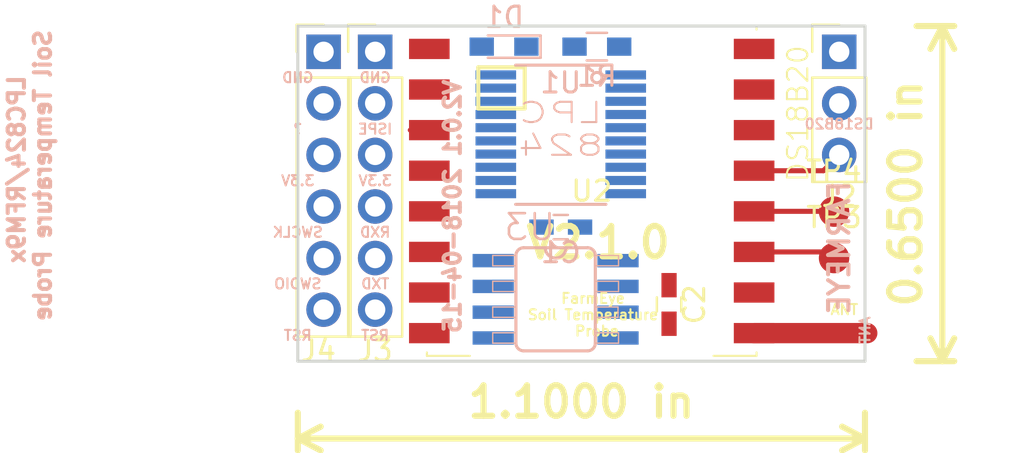
<source format=kicad_pcb>
(kicad_pcb (version 4) (host pcbnew 4.0.7-e2-6376~58~ubuntu15.04.1)

  (general
    (links 42)
    (no_connects 39)
    (area 151.054999 97.714999 179.145001 114.375001)
    (thickness 1.6)
    (drawings 44)
    (tracks 16)
    (zones 0)
    (modules 13)
    (nets 28)
  )

  (page A4)
  (layers
    (0 F.Cu signal)
    (31 B.Cu signal)
    (32 B.Adhes user hide)
    (33 F.Adhes user hide)
    (34 B.Paste user hide)
    (35 F.Paste user hide)
    (36 B.SilkS user)
    (37 F.SilkS user)
    (38 B.Mask user)
    (39 F.Mask user)
    (40 Dwgs.User user)
    (41 Cmts.User user)
    (42 Eco1.User user)
    (43 Eco2.User user)
    (44 Edge.Cuts user)
    (45 Margin user)
    (46 B.CrtYd user)
    (47 F.CrtYd user)
    (48 B.Fab user hide)
    (49 F.Fab user hide)
  )

  (setup
    (last_trace_width 0.25)
    (user_trace_width 0.1)
    (user_trace_width 0.25)
    (user_trace_width 0.5)
    (user_trace_width 1)
    (trace_clearance 0.1)
    (zone_clearance 0.508)
    (zone_45_only no)
    (trace_min 0.1)
    (segment_width 0.2)
    (edge_width 0.15)
    (via_size 0.6)
    (via_drill 0.4)
    (via_min_size 0.4)
    (via_min_drill 0.3)
    (uvia_size 0.3)
    (uvia_drill 0.1)
    (uvias_allowed no)
    (uvia_min_size 0.2)
    (uvia_min_drill 0.1)
    (pcb_text_width 0.3)
    (pcb_text_size 1.5 1.5)
    (mod_edge_width 0.15)
    (mod_text_size 1 1)
    (mod_text_width 0.15)
    (pad_size 1.524 1.524)
    (pad_drill 0.762)
    (pad_to_mask_clearance 0.2)
    (aux_axis_origin 0 0)
    (visible_elements FFFCFF7F)
    (pcbplotparams
      (layerselection 0x010f0_80000001)
      (usegerberextensions true)
      (excludeedgelayer true)
      (linewidth 0.100000)
      (plotframeref false)
      (viasonmask false)
      (mode 1)
      (useauxorigin false)
      (hpglpennumber 1)
      (hpglpenspeed 20)
      (hpglpendiameter 15)
      (hpglpenoverlay 2)
      (psnegative false)
      (psa4output false)
      (plotreference true)
      (plotvalue true)
      (plotinvisibletext false)
      (padsonsilk false)
      (subtractmaskfromsilk false)
      (outputformat 1)
      (mirror false)
      (drillshape 0)
      (scaleselection 1)
      (outputdirectory /home/joe/gerber))
  )

  (net 0 "")
  (net 1 GND)
  (net 2 "Net-(U3-Pad7)")
  (net 3 "Net-(U3-Pad3)")
  (net 4 SWCLK)
  (net 5 SWDIO)
  (net 6 RESET)
  (net 7 SCK)
  (net 8 MOSI)
  (net 9 MISO)
  (net 10 3.3V)
  (net 11 ISPE)
  (net 12 TXD)
  (net 13 RFM_RST)
  (net 14 RXD)
  (net 15 "Net-(D1-Pad1)")
  (net 16 LED)
  (net 17 DS18B20)
  (net 18 GPIO13)
  (net 19 DIO0)
  (net 20 DIO1)
  (net 21 DIO5)
  (net 22 "Net-(U2-Pad9)")
  (net 23 DIO3)
  (net 24 DIO4)
  (net 25 DIO2)
  (net 26 RFM_CS)
  (net 27 FLASH_CS)

  (net_class Default "This is the default net class."
    (clearance 0.1)
    (trace_width 0.25)
    (via_dia 0.6)
    (via_drill 0.4)
    (uvia_dia 0.3)
    (uvia_drill 0.1)
    (add_net 3.3V)
    (add_net DIO0)
    (add_net DIO1)
    (add_net DIO2)
    (add_net DIO3)
    (add_net DIO4)
    (add_net DIO5)
    (add_net DS18B20)
    (add_net FLASH_CS)
    (add_net GND)
    (add_net GPIO13)
    (add_net ISPE)
    (add_net LED)
    (add_net MISO)
    (add_net MOSI)
    (add_net "Net-(D1-Pad1)")
    (add_net "Net-(U2-Pad9)")
    (add_net "Net-(U3-Pad3)")
    (add_net "Net-(U3-Pad7)")
    (add_net RESET)
    (add_net RFM_CS)
    (add_net RFM_RST)
    (add_net RXD)
    (add_net SCK)
    (add_net SWCLK)
    (add_net SWDIO)
    (add_net TXD)
  )

  (module RF_Modules:Hopref_RFM9XW_SMD (layer F.Cu) (tedit 5ACEAD75) (tstamp 5ACA4839)
    (at 165.608 105.918)
    (descr " Low Power Long Range Transceiver Module SMD-16 http://www.hoperf.com/upload/rf/RFM95_96_97_98W.pdf")
    (tags " Low Power Long Range Transceiver Module")
    (path /5ACA2686)
    (attr smd)
    (fp_text reference U2 (at 0 0) (layer F.SilkS)
      (effects (font (size 1 1) (thickness 0.15)))
    )
    (fp_text value RFM92/95/96/97/98 (at 0 6.858) (layer F.Fab)
      (effects (font (size 1 1) (thickness 0.15)))
    )
    (fp_line (start -8 -8) (end 8 -8) (layer F.Fab) (width 0.12))
    (fp_line (start 8 8) (end 8 -8) (layer F.Fab) (width 0.12))
    (fp_line (start -8 8) (end 8 8) (layer F.Fab) (width 0.12))
    (fp_line (start -8 8) (end -8 -8) (layer F.Fab) (width 0.12))
    (fp_text user %R (at 0 0) (layer F.Fab)
      (effects (font (size 1 1) (thickness 0.15)))
    )
    (fp_line (start -8.12 -8.12) (end 0 -8.12) (layer F.SilkS) (width 0.1))
    (fp_line (start 6 8.12) (end 8.12 8.12) (layer F.SilkS) (width 0.1))
    (fp_line (start -9.45 -8.25) (end 9.45 -8.25) (layer F.CrtYd) (width 0.05))
    (fp_line (start 9.45 -8.25) (end 9.45 8.25) (layer F.CrtYd) (width 0.05))
    (fp_line (start -9.45 8.25) (end 9.45 8.25) (layer F.CrtYd) (width 0.05))
    (fp_line (start -9.45 8.25) (end -9.45 -8.25) (layer F.CrtYd) (width 0.05))
    (fp_line (start 8.12 8.12) (end 8.12 7.95) (layer F.SilkS) (width 0.1))
    (fp_line (start -8.12 8.12) (end -6 8.12) (layer F.SilkS) (width 0.1))
    (fp_line (start -8.12 8.12) (end -8.12 7.95) (layer F.SilkS) (width 0.1))
    (fp_line (start 6 -8.12) (end 8.12 -8.12) (layer F.SilkS) (width 0.1))
    (fp_line (start 8.12 -8.12) (end 8.12 -7.95) (layer F.SilkS) (width 0.1))
    (pad 1 smd rect (at -8 -7) (size 2 1) (layers F.Cu F.Paste F.Mask)
      (net 1 GND))
    (pad 2 smd rect (at -8 -5) (size 2 1) (layers F.Cu F.Paste F.Mask)
      (net 9 MISO))
    (pad 3 smd rect (at -8 -3) (size 2 1) (layers F.Cu F.Paste F.Mask)
      (net 8 MOSI))
    (pad 4 smd rect (at -8 -1) (size 2 1) (layers F.Cu F.Paste F.Mask)
      (net 7 SCK))
    (pad 5 smd rect (at -8 1) (size 2 1) (layers F.Cu F.Paste F.Mask)
      (net 26 RFM_CS))
    (pad 6 smd rect (at -8 3) (size 2 1) (layers F.Cu F.Paste F.Mask)
      (net 13 RFM_RST))
    (pad 7 smd rect (at -8 5) (size 2 1) (layers F.Cu F.Paste F.Mask)
      (net 21 DIO5))
    (pad 8 smd rect (at -8 7) (size 2 1) (layers F.Cu F.Paste F.Mask)
      (net 1 GND))
    (pad 9 smd rect (at 8 7) (size 2 1) (layers F.Cu F.Paste F.Mask)
      (net 22 "Net-(U2-Pad9)"))
    (pad 10 smd rect (at 8 5) (size 2 1) (layers F.Cu F.Paste F.Mask)
      (net 1 GND))
    (pad 11 smd rect (at 8 3) (size 2 1) (layers F.Cu F.Paste F.Mask)
      (net 23 DIO3))
    (pad 12 smd rect (at 8 1) (size 2 1) (layers F.Cu F.Paste F.Mask)
      (net 24 DIO4))
    (pad 13 smd rect (at 8 -1) (size 2 1) (layers F.Cu F.Paste F.Mask)
      (net 10 3.3V))
    (pad 14 smd rect (at 8 -3) (size 2 1) (layers F.Cu F.Paste F.Mask)
      (net 19 DIO0))
    (pad 15 smd rect (at 8 -5) (size 2 1) (layers F.Cu F.Paste F.Mask)
      (net 20 DIO1))
    (pad 16 smd rect (at 8 -7) (size 2 1) (layers F.Cu F.Paste F.Mask)
      (net 25 DIO2))
    (model ${KISYS3DMOD}/RF_Modules.3dshapes/Hopref_RFM9XW_SMD.wrl
      (at (xyz 0 0 0))
      (scale (xyz 1 1 1))
      (rotate (xyz 0 0 0))
    )
  )

  (module Capacitors_SMD:C_0603_HandSoldering (layer B.Cu) (tedit 58AA848B) (tstamp 5ACA47F1)
    (at 164.084 107.696)
    (descr "Capacitor SMD 0603, hand soldering")
    (tags "capacitor 0603")
    (path /5ACA985B)
    (attr smd)
    (fp_text reference C1 (at 0 1.25) (layer B.SilkS)
      (effects (font (size 1 1) (thickness 0.15)) (justify mirror))
    )
    (fp_text value C (at 0 -1.5) (layer B.Fab)
      (effects (font (size 1 1) (thickness 0.15)) (justify mirror))
    )
    (fp_text user %R (at 0 1.25) (layer B.Fab)
      (effects (font (size 1 1) (thickness 0.15)) (justify mirror))
    )
    (fp_line (start -0.8 -0.4) (end -0.8 0.4) (layer B.Fab) (width 0.1))
    (fp_line (start 0.8 -0.4) (end -0.8 -0.4) (layer B.Fab) (width 0.1))
    (fp_line (start 0.8 0.4) (end 0.8 -0.4) (layer B.Fab) (width 0.1))
    (fp_line (start -0.8 0.4) (end 0.8 0.4) (layer B.Fab) (width 0.1))
    (fp_line (start -0.35 0.6) (end 0.35 0.6) (layer B.SilkS) (width 0.12))
    (fp_line (start 0.35 -0.6) (end -0.35 -0.6) (layer B.SilkS) (width 0.12))
    (fp_line (start -1.8 0.65) (end 1.8 0.65) (layer B.CrtYd) (width 0.05))
    (fp_line (start -1.8 0.65) (end -1.8 -0.65) (layer B.CrtYd) (width 0.05))
    (fp_line (start 1.8 -0.65) (end 1.8 0.65) (layer B.CrtYd) (width 0.05))
    (fp_line (start 1.8 -0.65) (end -1.8 -0.65) (layer B.CrtYd) (width 0.05))
    (pad 1 smd rect (at -0.95 0) (size 1.2 0.75) (layers B.Cu B.Paste B.Mask)
      (net 10 3.3V))
    (pad 2 smd rect (at 0.95 0) (size 1.2 0.75) (layers B.Cu B.Paste B.Mask)
      (net 1 GND))
    (model Capacitors_SMD.3dshapes/C_0603.wrl
      (at (xyz 0 0 0))
      (scale (xyz 1 1 1))
      (rotate (xyz 0 0 0))
    )
  )

  (module LEDs:LED_0603_HandSoldering (layer B.Cu) (tedit 595FC9C0) (tstamp 5ACDC3F4)
    (at 161.29 98.806 180)
    (descr "LED SMD 0603, hand soldering")
    (tags "LED 0603")
    (path /5ACDC28F)
    (attr smd)
    (fp_text reference D1 (at 0 1.45 180) (layer B.SilkS)
      (effects (font (size 1 1) (thickness 0.15)) (justify mirror))
    )
    (fp_text value LED (at 0 -1.55 180) (layer B.Fab)
      (effects (font (size 1 1) (thickness 0.15)) (justify mirror))
    )
    (fp_line (start -1.8 0.55) (end -1.8 -0.55) (layer B.SilkS) (width 0.12))
    (fp_line (start -0.2 0.2) (end -0.2 -0.2) (layer B.Fab) (width 0.1))
    (fp_line (start -0.15 0) (end 0.15 0.2) (layer B.Fab) (width 0.1))
    (fp_line (start 0.15 -0.2) (end -0.15 0) (layer B.Fab) (width 0.1))
    (fp_line (start 0.15 0.2) (end 0.15 -0.2) (layer B.Fab) (width 0.1))
    (fp_line (start 0.8 -0.4) (end -0.8 -0.4) (layer B.Fab) (width 0.1))
    (fp_line (start 0.8 0.4) (end 0.8 -0.4) (layer B.Fab) (width 0.1))
    (fp_line (start -0.8 0.4) (end 0.8 0.4) (layer B.Fab) (width 0.1))
    (fp_line (start -1.8 -0.55) (end 0.8 -0.55) (layer B.SilkS) (width 0.12))
    (fp_line (start -1.8 0.55) (end 0.8 0.55) (layer B.SilkS) (width 0.12))
    (fp_line (start -1.96 0.7) (end 1.95 0.7) (layer B.CrtYd) (width 0.05))
    (fp_line (start -1.96 0.7) (end -1.96 -0.7) (layer B.CrtYd) (width 0.05))
    (fp_line (start 1.95 -0.7) (end 1.95 0.7) (layer B.CrtYd) (width 0.05))
    (fp_line (start 1.95 -0.7) (end -1.96 -0.7) (layer B.CrtYd) (width 0.05))
    (fp_line (start -0.8 0.4) (end -0.8 -0.4) (layer B.Fab) (width 0.1))
    (pad 1 smd rect (at -1.1 0 180) (size 1.2 0.9) (layers B.Cu B.Paste B.Mask)
      (net 15 "Net-(D1-Pad1)"))
    (pad 2 smd rect (at 1.1 0 180) (size 1.2 0.9) (layers B.Cu B.Paste B.Mask)
      (net 16 LED))
    (model ${KISYS3DMOD}/LEDs.3dshapes/LED_0603.wrl
      (at (xyz 0 0 0))
      (scale (xyz 1 1 1))
      (rotate (xyz 0 0 180))
    )
  )

  (module Resistors_SMD:R_0603_HandSoldering (layer B.Cu) (tedit 58E0A804) (tstamp 5ACDC3FA)
    (at 165.862 98.806)
    (descr "Resistor SMD 0603, hand soldering")
    (tags "resistor 0603")
    (path /5ACDC432)
    (attr smd)
    (fp_text reference R1 (at 0 1.45) (layer B.SilkS)
      (effects (font (size 1 1) (thickness 0.15)) (justify mirror))
    )
    (fp_text value R (at 0 -1.55) (layer B.Fab)
      (effects (font (size 1 1) (thickness 0.15)) (justify mirror))
    )
    (fp_text user %R (at 0 0) (layer B.Fab)
      (effects (font (size 0.4 0.4) (thickness 0.075)) (justify mirror))
    )
    (fp_line (start -0.8 -0.4) (end -0.8 0.4) (layer B.Fab) (width 0.1))
    (fp_line (start 0.8 -0.4) (end -0.8 -0.4) (layer B.Fab) (width 0.1))
    (fp_line (start 0.8 0.4) (end 0.8 -0.4) (layer B.Fab) (width 0.1))
    (fp_line (start -0.8 0.4) (end 0.8 0.4) (layer B.Fab) (width 0.1))
    (fp_line (start 0.5 -0.68) (end -0.5 -0.68) (layer B.SilkS) (width 0.12))
    (fp_line (start -0.5 0.68) (end 0.5 0.68) (layer B.SilkS) (width 0.12))
    (fp_line (start -1.96 0.7) (end 1.95 0.7) (layer B.CrtYd) (width 0.05))
    (fp_line (start -1.96 0.7) (end -1.96 -0.7) (layer B.CrtYd) (width 0.05))
    (fp_line (start 1.95 -0.7) (end 1.95 0.7) (layer B.CrtYd) (width 0.05))
    (fp_line (start 1.95 -0.7) (end -1.96 -0.7) (layer B.CrtYd) (width 0.05))
    (pad 1 smd rect (at -1.1 0) (size 1.2 0.9) (layers B.Cu B.Paste B.Mask)
      (net 1 GND))
    (pad 2 smd rect (at 1.1 0) (size 1.2 0.9) (layers B.Cu B.Paste B.Mask)
      (net 15 "Net-(D1-Pad1)"))
    (model ${KISYS3DMOD}/Resistors_SMD.3dshapes/R_0603.wrl
      (at (xyz 0 0 0))
      (scale (xyz 1 1 1))
      (rotate (xyz 0 0 0))
    )
  )

  (module Pin_Headers:Pin_Header_Straight_1x03_Pitch2.54mm (layer F.Cu) (tedit 5ACEAEB0) (tstamp 5ACE2193)
    (at 177.8 99.06)
    (descr "Through hole straight pin header, 1x03, 2.54mm pitch, single row")
    (tags "Through hole pin header THT 1x03 2.54mm single row")
    (path /5ACE21F8)
    (fp_text reference J2 (at 0 7.112) (layer F.SilkS)
      (effects (font (size 1 1) (thickness 0.15)))
    )
    (fp_text value Conn_01x03 (at 0 7.41) (layer F.Fab)
      (effects (font (size 1 1) (thickness 0.15)))
    )
    (fp_line (start -0.635 -1.27) (end 1.27 -1.27) (layer F.Fab) (width 0.1))
    (fp_line (start 1.27 -1.27) (end 1.27 6.35) (layer F.Fab) (width 0.1))
    (fp_line (start 1.27 6.35) (end -1.27 6.35) (layer F.Fab) (width 0.1))
    (fp_line (start -1.27 6.35) (end -1.27 -0.635) (layer F.Fab) (width 0.1))
    (fp_line (start -1.27 -0.635) (end -0.635 -1.27) (layer F.Fab) (width 0.1))
    (fp_line (start -1.33 6.41) (end 1.33 6.41) (layer F.SilkS) (width 0.12))
    (fp_line (start -1.33 1.27) (end -1.33 6.41) (layer F.SilkS) (width 0.12))
    (fp_line (start 1.33 1.27) (end 1.33 6.41) (layer F.SilkS) (width 0.12))
    (fp_line (start -1.33 1.27) (end 1.33 1.27) (layer F.SilkS) (width 0.12))
    (fp_line (start -1.33 0) (end -1.33 -1.33) (layer F.SilkS) (width 0.12))
    (fp_line (start -1.33 -1.33) (end 0 -1.33) (layer F.SilkS) (width 0.12))
    (fp_line (start -1.8 -1.8) (end -1.8 6.85) (layer F.CrtYd) (width 0.05))
    (fp_line (start -1.8 6.85) (end 1.8 6.85) (layer F.CrtYd) (width 0.05))
    (fp_line (start 1.8 6.85) (end 1.8 -1.8) (layer F.CrtYd) (width 0.05))
    (fp_line (start 1.8 -1.8) (end -1.8 -1.8) (layer F.CrtYd) (width 0.05))
    (fp_text user %R (at 0 2.54 90) (layer F.Fab)
      (effects (font (size 1 1) (thickness 0.15)))
    )
    (pad 1 thru_hole rect (at 0 0) (size 1.7 1.7) (drill 1) (layers *.Cu *.Mask)
      (net 1 GND))
    (pad 2 thru_hole oval (at 0 2.54) (size 1.7 1.7) (drill 1) (layers *.Cu *.Mask)
      (net 17 DS18B20))
    (pad 3 thru_hole oval (at 0 5.08) (size 1.7 1.7) (drill 1) (layers *.Cu *.Mask)
      (net 10 3.3V))
    (model ${KISYS3DMOD}/Pin_Headers.3dshapes/Pin_Header_Straight_1x03_Pitch2.54mm.wrl
      (at (xyz 0 0 0))
      (scale (xyz 1 1 1))
      (rotate (xyz 0 0 0))
    )
  )

  (module Pin_Headers:Pin_Header_Straight_1x06_Pitch2.54mm (layer F.Cu) (tedit 5ACEB1C1) (tstamp 5ACE8363)
    (at 154.94 99.06)
    (descr "Through hole straight pin header, 1x06, 2.54mm pitch, single row")
    (tags "Through hole pin header THT 1x06 2.54mm single row")
    (path /5ACE81FC)
    (fp_text reference J3 (at 0 14.732) (layer F.SilkS)
      (effects (font (size 1 1) (thickness 0.15)))
    )
    (fp_text value Conn_01x06 (at 0 15.03) (layer F.Fab)
      (effects (font (size 1 1) (thickness 0.15)))
    )
    (fp_line (start -0.635 -1.27) (end 1.27 -1.27) (layer F.Fab) (width 0.1))
    (fp_line (start 1.27 -1.27) (end 1.27 13.97) (layer F.Fab) (width 0.1))
    (fp_line (start 1.27 13.97) (end -1.27 13.97) (layer F.Fab) (width 0.1))
    (fp_line (start -1.27 13.97) (end -1.27 -0.635) (layer F.Fab) (width 0.1))
    (fp_line (start -1.27 -0.635) (end -0.635 -1.27) (layer F.Fab) (width 0.1))
    (fp_line (start -1.33 14.03) (end 1.33 14.03) (layer F.SilkS) (width 0.12))
    (fp_line (start -1.33 1.27) (end -1.33 14.03) (layer F.SilkS) (width 0.12))
    (fp_line (start 1.33 1.27) (end 1.33 14.03) (layer F.SilkS) (width 0.12))
    (fp_line (start -1.33 1.27) (end 1.33 1.27) (layer F.SilkS) (width 0.12))
    (fp_line (start -1.33 0) (end -1.33 -1.33) (layer F.SilkS) (width 0.12))
    (fp_line (start -1.33 -1.33) (end 0 -1.33) (layer F.SilkS) (width 0.12))
    (fp_line (start -1.8 -1.8) (end -1.8 14.5) (layer F.CrtYd) (width 0.05))
    (fp_line (start -1.8 14.5) (end 1.8 14.5) (layer F.CrtYd) (width 0.05))
    (fp_line (start 1.8 14.5) (end 1.8 -1.8) (layer F.CrtYd) (width 0.05))
    (fp_line (start 1.8 -1.8) (end -1.8 -1.8) (layer F.CrtYd) (width 0.05))
    (fp_text user %R (at 0 6.35 90) (layer F.Fab)
      (effects (font (size 1 1) (thickness 0.15)))
    )
    (pad 1 thru_hole rect (at 0 0) (size 1.7 1.7) (drill 1) (layers *.Cu *.Mask)
      (net 1 GND))
    (pad 2 thru_hole oval (at 0 2.54) (size 1.7 1.7) (drill 1) (layers *.Cu *.Mask)
      (net 11 ISPE))
    (pad 3 thru_hole oval (at 0 5.08) (size 1.7 1.7) (drill 1) (layers *.Cu *.Mask)
      (net 10 3.3V))
    (pad 4 thru_hole oval (at 0 7.62) (size 1.7 1.7) (drill 1) (layers *.Cu *.Mask)
      (net 14 RXD))
    (pad 5 thru_hole oval (at 0 10.16) (size 1.7 1.7) (drill 1) (layers *.Cu *.Mask)
      (net 12 TXD))
    (pad 6 thru_hole oval (at 0 12.7) (size 1.7 1.7) (drill 1) (layers *.Cu *.Mask)
      (net 6 RESET))
    (model ${KISYS3DMOD}/Pin_Headers.3dshapes/Pin_Header_Straight_1x06_Pitch2.54mm.wrl
      (at (xyz 0 0 0))
      (scale (xyz 1 1 1))
      (rotate (xyz 0 0 0))
    )
  )

  (module Pin_Headers:Pin_Header_Straight_1x06_Pitch2.54mm (layer F.Cu) (tedit 5ACEB1B7) (tstamp 5ACE836D)
    (at 152.4 99.06)
    (descr "Through hole straight pin header, 1x06, 2.54mm pitch, single row")
    (tags "Through hole pin header THT 1x06 2.54mm single row")
    (path /5ACE83B8)
    (fp_text reference J4 (at -0.254 14.732) (layer F.SilkS)
      (effects (font (size 1 1) (thickness 0.15)))
    )
    (fp_text value Conn_01x06 (at 0 15.03) (layer F.Fab)
      (effects (font (size 1 1) (thickness 0.15)))
    )
    (fp_line (start -0.635 -1.27) (end 1.27 -1.27) (layer F.Fab) (width 0.1))
    (fp_line (start 1.27 -1.27) (end 1.27 13.97) (layer F.Fab) (width 0.1))
    (fp_line (start 1.27 13.97) (end -1.27 13.97) (layer F.Fab) (width 0.1))
    (fp_line (start -1.27 13.97) (end -1.27 -0.635) (layer F.Fab) (width 0.1))
    (fp_line (start -1.27 -0.635) (end -0.635 -1.27) (layer F.Fab) (width 0.1))
    (fp_line (start -1.33 14.03) (end 1.33 14.03) (layer F.SilkS) (width 0.12))
    (fp_line (start -1.33 1.27) (end -1.33 14.03) (layer F.SilkS) (width 0.12))
    (fp_line (start 1.33 1.27) (end 1.33 14.03) (layer F.SilkS) (width 0.12))
    (fp_line (start -1.33 1.27) (end 1.33 1.27) (layer F.SilkS) (width 0.12))
    (fp_line (start -1.33 0) (end -1.33 -1.33) (layer F.SilkS) (width 0.12))
    (fp_line (start -1.33 -1.33) (end 0 -1.33) (layer F.SilkS) (width 0.12))
    (fp_line (start -1.8 -1.8) (end -1.8 14.5) (layer F.CrtYd) (width 0.05))
    (fp_line (start -1.8 14.5) (end 1.8 14.5) (layer F.CrtYd) (width 0.05))
    (fp_line (start 1.8 14.5) (end 1.8 -1.8) (layer F.CrtYd) (width 0.05))
    (fp_line (start 1.8 -1.8) (end -1.8 -1.8) (layer F.CrtYd) (width 0.05))
    (fp_text user %R (at 0 6.35 90) (layer F.Fab)
      (effects (font (size 1 1) (thickness 0.15)))
    )
    (pad 1 thru_hole rect (at 0 0) (size 1.7 1.7) (drill 1) (layers *.Cu *.Mask)
      (net 1 GND))
    (pad 2 thru_hole oval (at 0 2.54) (size 1.7 1.7) (drill 1) (layers *.Cu *.Mask)
      (net 18 GPIO13))
    (pad 3 thru_hole oval (at 0 5.08) (size 1.7 1.7) (drill 1) (layers *.Cu *.Mask)
      (net 10 3.3V))
    (pad 4 thru_hole oval (at 0 7.62) (size 1.7 1.7) (drill 1) (layers *.Cu *.Mask)
      (net 4 SWCLK))
    (pad 5 thru_hole oval (at 0 10.16) (size 1.7 1.7) (drill 1) (layers *.Cu *.Mask)
      (net 5 SWDIO))
    (pad 6 thru_hole oval (at 0 12.7) (size 1.7 1.7) (drill 1) (layers *.Cu *.Mask)
      (net 6 RESET))
    (model ${KISYS3DMOD}/Pin_Headers.3dshapes/Pin_Header_Straight_1x06_Pitch2.54mm.wrl
      (at (xyz 0 0 0))
      (scale (xyz 1 1 1))
      (rotate (xyz 0 0 0))
    )
  )

  (module Capacitors_SMD:C_0603_HandSoldering (layer F.Cu) (tedit 58AA848B) (tstamp 5AD08E31)
    (at 169.418 111.506 270)
    (descr "Capacitor SMD 0603, hand soldering")
    (tags "capacitor 0603")
    (path /5ACA98D4)
    (attr smd)
    (fp_text reference C2 (at 0 -1.25 270) (layer F.SilkS)
      (effects (font (size 1 1) (thickness 0.15)))
    )
    (fp_text value C (at 0 1.5 270) (layer F.Fab)
      (effects (font (size 1 1) (thickness 0.15)))
    )
    (fp_text user %R (at 0 -1.25 270) (layer F.Fab)
      (effects (font (size 1 1) (thickness 0.15)))
    )
    (fp_line (start -0.8 0.4) (end -0.8 -0.4) (layer F.Fab) (width 0.1))
    (fp_line (start 0.8 0.4) (end -0.8 0.4) (layer F.Fab) (width 0.1))
    (fp_line (start 0.8 -0.4) (end 0.8 0.4) (layer F.Fab) (width 0.1))
    (fp_line (start -0.8 -0.4) (end 0.8 -0.4) (layer F.Fab) (width 0.1))
    (fp_line (start -0.35 -0.6) (end 0.35 -0.6) (layer F.SilkS) (width 0.12))
    (fp_line (start 0.35 0.6) (end -0.35 0.6) (layer F.SilkS) (width 0.12))
    (fp_line (start -1.8 -0.65) (end 1.8 -0.65) (layer F.CrtYd) (width 0.05))
    (fp_line (start -1.8 -0.65) (end -1.8 0.65) (layer F.CrtYd) (width 0.05))
    (fp_line (start 1.8 0.65) (end 1.8 -0.65) (layer F.CrtYd) (width 0.05))
    (fp_line (start 1.8 0.65) (end -1.8 0.65) (layer F.CrtYd) (width 0.05))
    (pad 1 smd rect (at -0.95 0 270) (size 1.2 0.75) (layers F.Cu F.Paste F.Mask)
      (net 10 3.3V))
    (pad 2 smd rect (at 0.95 0 270) (size 1.2 0.75) (layers F.Cu F.Paste F.Mask)
      (net 1 GND))
    (model Capacitors_SMD.3dshapes/C_0603.wrl
      (at (xyz 0 0 0))
      (scale (xyz 1 1 1))
      (rotate (xyz 0 0 0))
    )
  )

  (module Measurement_Points:Measurement_Point_Round-SMD-Pad_Small (layer F.Cu) (tedit 56C35ED0) (tstamp 5AD09007)
    (at 177.546 106.934)
    (descr "Mesurement Point, Round, SMD Pad, DM 1.5mm,")
    (tags "Mesurement Point Round SMD Pad 1.5mm")
    (path /5AD0927E)
    (attr virtual)
    (fp_text reference TP4 (at 0 -2) (layer F.SilkS)
      (effects (font (size 1 1) (thickness 0.15)))
    )
    (fp_text value TEST (at 0 2) (layer F.Fab)
      (effects (font (size 1 1) (thickness 0.15)))
    )
    (fp_circle (center 0 0) (end 1 0) (layer F.CrtYd) (width 0.05))
    (pad 1 smd circle (at 0 0) (size 1.5 1.5) (layers F.Cu F.Mask)
      (net 24 DIO4))
  )

  (module Measurement_Points:Measurement_Point_Round-SMD-Pad_Small (layer F.Cu) (tedit 56C35ED0) (tstamp 5AD09333)
    (at 177.546 109.22)
    (descr "Mesurement Point, Round, SMD Pad, DM 1.5mm,")
    (tags "Mesurement Point Round SMD Pad 1.5mm")
    (path /5AD08D0A)
    (attr virtual)
    (fp_text reference TP3 (at 0 -2) (layer F.SilkS)
      (effects (font (size 1 1) (thickness 0.15)))
    )
    (fp_text value TEST (at 0 2) (layer F.Fab)
      (effects (font (size 1 1) (thickness 0.15)))
    )
    (fp_circle (center 0 0) (end 1 0) (layer F.CrtYd) (width 0.05))
    (pad 1 smd circle (at 0 0) (size 1.5 1.5) (layers F.Cu F.Mask)
      (net 23 DIO3))
  )

  (module FarmEye:farmeye_logo_medium_BMask (layer F.Cu) (tedit 0) (tstamp 5AD90DB1)
    (at 173.736 107.696 90)
    (fp_text reference G*** (at 0 0 90) (layer B.Mask) hide
      (effects (font (thickness 0.3)))
    )
    (fp_text value LOGO (at 0.75 0 90) (layer B.Mask) hide
      (effects (font (thickness 0.3)))
    )
    (fp_poly (pts (xy -2.611043 2.703334) (xy -2.565119 2.740866) (xy -2.534963 2.80535) (xy -2.546388 2.865618)
      (xy -2.589681 2.911064) (xy -2.64008 2.938054) (xy -2.683555 2.934155) (xy -2.72579 2.909217)
      (xy -2.762343 2.86191) (xy -2.772219 2.801321) (xy -2.754124 2.745513) (xy -2.738743 2.728557)
      (xy -2.673734 2.695938) (xy -2.611043 2.703334)) (layer B.Mask) (width 0.01))
    (fp_poly (pts (xy -2.324588 2.681366) (xy -2.286 2.709334) (xy -2.254288 2.755412) (xy -2.243667 2.794)
      (xy -2.2609 2.845278) (xy -2.302316 2.892316) (xy -2.352488 2.919227) (xy -2.366977 2.921)
      (xy -2.408183 2.906381) (xy -2.451644 2.872011) (xy -2.484357 2.826546) (xy -2.497667 2.787344)
      (xy -2.480053 2.739897) (xy -2.437863 2.695445) (xy -2.387073 2.669127) (xy -2.370667 2.667)
      (xy -2.324588 2.681366)) (layer B.Mask) (width 0.01))
    (fp_poly (pts (xy -2.037292 2.660607) (xy -1.994907 2.712532) (xy -1.982531 2.771965) (xy -1.997468 2.827194)
      (xy -2.037021 2.866508) (xy -2.087509 2.878667) (xy -2.139636 2.864047) (xy -2.181468 2.835032)
      (xy -2.215194 2.778329) (xy -2.20754 2.71999) (xy -2.15911 2.663824) (xy -2.153708 2.659699)
      (xy -2.0955 2.616401) (xy -2.037292 2.660607)) (layer B.Mask) (width 0.01))
    (fp_poly (pts (xy -1.744345 2.614702) (xy -1.724121 2.634288) (xy -1.681382 2.690882) (xy -1.677903 2.740988)
      (xy -1.713198 2.79269) (xy -1.7145 2.794) (xy -1.774669 2.830029) (xy -1.838785 2.830419)
      (xy -1.891136 2.797625) (xy -1.922925 2.737325) (xy -1.913556 2.676563) (xy -1.870396 2.626203)
      (xy -1.820246 2.591785) (xy -1.783823 2.587642) (xy -1.744345 2.614702)) (layer B.Mask) (width 0.01))
    (fp_poly (pts (xy -1.445832 2.58746) (xy -1.432031 2.599875) (xy -1.40145 2.657145) (xy -1.404941 2.712725)
      (xy -1.434694 2.758742) (xy -1.482901 2.787322) (xy -1.541753 2.790592) (xy -1.596684 2.765891)
      (xy -1.626877 2.720836) (xy -1.633585 2.659623) (xy -1.615419 2.602204) (xy -1.608721 2.592982)
      (xy -1.562361 2.566268) (xy -1.501671 2.564677) (xy -1.445832 2.58746)) (layer B.Mask) (width 0.01))
    (fp_poly (pts (xy -1.161223 2.537272) (xy -1.118163 2.582163) (xy -1.100667 2.638163) (xy -1.117988 2.698938)
      (xy -1.161508 2.743095) (xy -1.218563 2.762517) (xy -1.275032 2.749944) (xy -1.324634 2.702041)
      (xy -1.341419 2.64349) (xy -1.328391 2.58585) (xy -1.288554 2.54068) (xy -1.224909 2.519538)
      (xy -1.215072 2.519158) (xy -1.161223 2.537272)) (layer B.Mask) (width 0.01))
    (fp_poly (pts (xy -0.870288 2.509359) (xy -0.834025 2.557914) (xy -0.8255 2.604892) (xy -0.844361 2.664969)
      (xy -0.891725 2.71128) (xy -0.953762 2.730482) (xy -0.955674 2.7305) (xy -0.992857 2.71494)
      (xy -1.033621 2.677238) (xy -1.035631 2.674729) (xy -1.069092 2.627861) (xy -1.075344 2.594747)
      (xy -1.054581 2.556874) (xy -1.037102 2.534142) (xy -0.98374 2.49349) (xy -0.924165 2.486557)
      (xy -0.870288 2.509359)) (layer B.Mask) (width 0.01))
    (fp_poly (pts (xy -0.608335 2.440337) (xy -0.597958 2.448033) (xy -0.546415 2.503874) (xy -0.5356 2.562181)
      (xy -0.566118 2.619145) (xy -0.570199 2.623365) (xy -0.629517 2.660171) (xy -0.690831 2.662351)
      (xy -0.74181 2.630179) (xy -0.749859 2.619375) (xy -0.774288 2.552743) (xy -0.756752 2.491657)
      (xy -0.712486 2.446783) (xy -0.672731 2.419761) (xy -0.644965 2.417536) (xy -0.608335 2.440337)) (layer B.Mask) (width 0.01))
    (fp_poly (pts (xy -0.326848 2.383164) (xy -0.277886 2.424934) (xy -0.251458 2.485723) (xy -0.259348 2.544305)
      (xy -0.294477 2.590238) (xy -0.349763 2.613083) (xy -0.402167 2.608204) (xy -0.454913 2.573337)
      (xy -0.481845 2.517563) (xy -0.479586 2.455752) (xy -0.448125 2.405697) (xy -0.387695 2.37391)
      (xy -0.326848 2.383164)) (layer B.Mask) (width 0.01))
    (fp_poly (pts (xy -0.076253 2.293889) (xy -0.047401 2.308426) (xy 0.009614 2.357898) (xy 0.026646 2.416109)
      (xy 0.002585 2.47865) (xy -0.002719 2.485732) (xy -0.057782 2.529646) (xy -0.118153 2.536246)
      (xy -0.173532 2.504608) (xy -0.176636 2.501292) (xy -0.208916 2.439225) (xy -0.204678 2.374609)
      (xy -0.165364 2.320695) (xy -0.156311 2.314206) (xy -0.112197 2.290927) (xy -0.076253 2.293889)) (layer B.Mask) (width 0.01))
    (fp_poly (pts (xy 0.243017 2.256393) (xy 0.287426 2.289178) (xy 0.308099 2.342998) (xy 0.30825 2.357949)
      (xy 0.288271 2.423556) (xy 0.244255 2.464737) (xy 0.187795 2.478108) (xy 0.130482 2.460287)
      (xy 0.091705 2.421144) (xy 0.068399 2.377173) (xy 0.071215 2.341051) (xy 0.086593 2.310019)
      (xy 0.130679 2.264235) (xy 0.186794 2.247219) (xy 0.243017 2.256393)) (layer B.Mask) (width 0.01))
    (fp_poly (pts (xy 0.511966 2.189111) (xy 0.561515 2.231061) (xy 0.562762 2.232929) (xy 0.585188 2.296956)
      (xy 0.57431 2.355876) (xy 0.537381 2.399944) (xy 0.481652 2.419412) (xy 0.430009 2.411328)
      (xy 0.374255 2.371475) (xy 0.350538 2.311732) (xy 0.358209 2.258523) (xy 0.397097 2.204495)
      (xy 0.452755 2.180807) (xy 0.511966 2.189111)) (layer B.Mask) (width 0.01))
    (fp_poly (pts (xy -0.85556 2.182815) (xy -0.798819 2.226647) (xy -0.797941 2.227792) (xy -0.753735 2.286)
      (xy -0.797033 2.344209) (xy -0.852705 2.396143) (xy -0.912108 2.406126) (xy -0.968375 2.380678)
      (xy -1.004339 2.334541) (xy -1.015973 2.275216) (xy -1.001472 2.2208) (xy -0.986104 2.202872)
      (xy -0.922476 2.174296) (xy -0.85556 2.182815)) (layer B.Mask) (width 0.01))
    (fp_poly (pts (xy 0.808753 2.114032) (xy 0.849978 2.15944) (xy 0.8678 2.216443) (xy 0.867833 2.218875)
      (xy 0.851897 2.269874) (xy 0.813582 2.317782) (xy 0.767129 2.346753) (xy 0.750454 2.3495)
      (xy 0.714077 2.335443) (xy 0.669555 2.30123) (xy 0.665788 2.297546) (xy 0.630623 2.256251)
      (xy 0.614028 2.224696) (xy 0.613833 2.2225) (xy 0.630246 2.186665) (xy 0.669585 2.144819)
      (xy 0.717005 2.110064) (xy 0.757659 2.0955) (xy 0.757757 2.0955) (xy 0.808753 2.114032)) (layer B.Mask) (width 0.01))
    (fp_poly (pts (xy -1.133213 2.065442) (xy -1.073917 2.097866) (xy -1.046728 2.150802) (xy -1.055997 2.213389)
      (xy -1.066402 2.232216) (xy -1.112598 2.27685) (xy -1.167726 2.280848) (xy -1.222957 2.25305)
      (xy -1.261427 2.206122) (xy -1.26718 2.152294) (xy -1.24567 2.102969) (xy -1.202351 2.06955)
      (xy -1.142679 2.063439) (xy -1.133213 2.065442)) (layer B.Mask) (width 0.01))
    (fp_poly (pts (xy 1.015433 2.02172) (xy 1.048887 2.041382) (xy 1.104099 2.092016) (xy 1.119557 2.143946)
      (xy 1.10816 2.175945) (xy 1.065826 2.220593) (xy 1.013819 2.247694) (xy 0.973667 2.249418)
      (xy 0.919655 2.213115) (xy 0.893397 2.158265) (xy 0.896968 2.098519) (xy 0.932444 2.04753)
      (xy 0.941917 2.040637) (xy 0.983008 2.018378) (xy 1.015433 2.02172)) (layer B.Mask) (width 0.01))
    (fp_poly (pts (xy -1.35314 1.964981) (xy -1.308031 1.999684) (xy -1.276152 2.043496) (xy -1.27 2.067741)
      (xy -1.287153 2.108796) (xy -1.327792 2.149966) (xy -1.375688 2.176711) (xy -1.395488 2.180167)
      (xy -1.443422 2.165789) (xy -1.469572 2.146905) (xy -1.500298 2.091593) (xy -1.496164 2.033109)
      (xy -1.461801 1.983531) (xy -1.401839 1.954939) (xy -1.395549 1.953838) (xy -1.35314 1.964981)) (layer B.Mask) (width 0.01))
    (fp_poly (pts (xy 1.269244 1.943303) (xy 1.320876 1.972136) (xy 1.351495 2.019537) (xy 1.354667 2.042584)
      (xy 1.337417 2.100729) (xy 1.294379 2.140189) (xy 1.238616 2.155653) (xy 1.183192 2.14181)
      (xy 1.159443 2.121959) (xy 1.138709 2.07333) (xy 1.138267 2.01362) (xy 1.158047 1.966262)
      (xy 1.159933 1.964267) (xy 1.210847 1.93877) (xy 1.269244 1.943303)) (layer B.Mask) (width 0.01))
    (fp_poly (pts (xy -1.637365 1.827546) (xy -1.594848 1.851436) (xy -1.546948 1.903851) (xy -1.540084 1.962112)
      (xy -1.574772 2.021149) (xy -1.577326 2.02375) (xy -1.63939 2.066503) (xy -1.697511 2.067763)
      (xy -1.74297 2.035625) (xy -1.774621 1.973408) (xy -1.76672 1.907606) (xy -1.735667 1.862667)
      (xy -1.685747 1.826364) (xy -1.637365 1.827546)) (layer B.Mask) (width 0.01))
    (fp_poly (pts (xy 1.549376 1.833175) (xy 1.592793 1.87599) (xy 1.603389 1.89387) (xy 1.615098 1.949804)
      (xy 1.594591 1.999176) (xy 1.551983 2.035424) (xy 1.497391 2.051986) (xy 1.44093 2.042299)
      (xy 1.409095 2.019905) (xy 1.379148 1.965295) (xy 1.381358 1.905709) (xy 1.410513 1.854224)
      (xy 1.461402 1.82392) (xy 1.48847 1.820658) (xy 1.549376 1.833175)) (layer B.Mask) (width 0.01))
    (fp_poly (pts (xy -1.88038 1.706952) (xy -1.828156 1.73826) (xy -1.786091 1.793522) (xy -1.785285 1.845471)
      (xy -1.825693 1.900086) (xy -1.826989 1.901311) (xy -1.883832 1.940094) (xy -1.937927 1.941062)
      (xy -1.971429 1.925794) (xy -2.003102 1.89057) (xy -2.019567 1.85192) (xy -2.019846 1.783456)
      (xy -1.989859 1.732387) (xy -1.93993 1.704843) (xy -1.88038 1.706952)) (layer B.Mask) (width 0.01))
    (fp_poly (pts (xy 1.800073 1.714985) (xy 1.853641 1.761653) (xy 1.872364 1.820353) (xy 1.860242 1.867959)
      (xy 1.812534 1.92584) (xy 1.754434 1.94844) (xy 1.695174 1.933837) (xy 1.664864 1.908625)
      (xy 1.633213 1.846408) (xy 1.641113 1.780606) (xy 1.672167 1.735667) (xy 1.71808 1.700106)
      (xy 1.761528 1.698175) (xy 1.800073 1.714985)) (layer B.Mask) (width 0.01))
    (fp_poly (pts (xy -2.13357 1.580949) (xy -2.087429 1.615855) (xy -2.048637 1.657637) (xy -2.032005 1.692881)
      (xy -2.032 1.693334) (xy -2.047855 1.727504) (xy -2.085589 1.769196) (xy -2.130455 1.804703)
      (xy -2.167708 1.820316) (xy -2.168621 1.820334) (xy -2.206949 1.80629) (xy -2.243667 1.778)
      (xy -2.275595 1.72894) (xy -2.286 1.686031) (xy -2.268433 1.62977) (xy -2.225547 1.584706)
      (xy -2.172246 1.566334) (xy -2.13357 1.580949)) (layer B.Mask) (width 0.01))
    (fp_poly (pts (xy 2.051175 1.583827) (xy 2.102681 1.635125) (xy 2.146099 1.693334) (xy 2.102681 1.751542)
      (xy 2.055167 1.801216) (xy 2.007484 1.813926) (xy 1.947333 1.793365) (xy 1.900913 1.749867)
      (xy 1.884889 1.6916) (xy 1.900235 1.633383) (xy 1.934465 1.597634) (xy 1.997021 1.571286)
      (xy 2.051175 1.583827)) (layer B.Mask) (width 0.01))
    (fp_poly (pts (xy -2.364657 1.461275) (xy -2.322441 1.504135) (xy -2.307167 1.561172) (xy -2.323199 1.601801)
      (xy -2.361328 1.647313) (xy -2.406606 1.682606) (xy -2.437983 1.693334) (xy -2.464676 1.679644)
      (xy -2.504306 1.646202) (xy -2.509212 1.641379) (xy -2.550891 1.58903) (xy -2.557029 1.542619)
      (xy -2.529357 1.488013) (xy -2.528217 1.486377) (xy -2.480065 1.448159) (xy -2.421372 1.441204)
      (xy -2.364657 1.461275)) (layer B.Mask) (width 0.01))
    (fp_poly (pts (xy 2.313967 1.435929) (xy 2.352001 1.480421) (xy 2.368108 1.538452) (xy 2.358369 1.59683)
      (xy 2.323623 1.639217) (xy 2.280736 1.663931) (xy 2.25425 1.672167) (xy 2.221486 1.66095)
      (xy 2.184876 1.639217) (xy 2.14689 1.591143) (xy 2.139928 1.532301) (xy 2.159788 1.475402)
      (xy 2.20227 1.433159) (xy 2.257928 1.418167) (xy 2.313967 1.435929)) (layer B.Mask) (width 0.01))
    (fp_poly (pts (xy -2.610849 1.32289) (xy -2.567315 1.364114) (xy -2.555577 1.421233) (xy -2.580522 1.484768)
      (xy -2.585917 1.491999) (xy -2.640702 1.535222) (xy -2.701118 1.541248) (xy -2.756438 1.509179)
      (xy -2.75897 1.506458) (xy -2.789582 1.44778) (xy -2.787434 1.387219) (xy -2.757274 1.336961)
      (xy -2.703848 1.309194) (xy -2.68129 1.307042) (xy -2.610849 1.32289)) (layer B.Mask) (width 0.01))
    (fp_poly (pts (xy 2.553991 1.28565) (xy 2.601595 1.325302) (xy 2.636194 1.375591) (xy 2.640626 1.412003)
      (xy 2.614013 1.451228) (xy 2.593879 1.472046) (xy 2.54153 1.513725) (xy 2.495119 1.519862)
      (xy 2.440512 1.492191) (xy 2.438876 1.49105) (xy 2.402323 1.443744) (xy 2.392447 1.383154)
      (xy 2.410543 1.327346) (xy 2.425924 1.310391) (xy 2.491187 1.27756) (xy 2.553991 1.28565)) (layer B.Mask) (width 0.01))
    (fp_poly (pts (xy -2.889443 1.179124) (xy -2.84355 1.214444) (xy -2.806744 1.256807) (xy -2.794 1.288658)
      (xy -2.811851 1.349809) (xy -2.856825 1.391775) (xy -2.916053 1.409255) (xy -2.976666 1.396951)
      (xy -3.005667 1.375834) (xy -3.038739 1.326581) (xy -3.037848 1.274765) (xy -3.009308 1.216717)
      (xy -2.96413 1.175752) (xy -2.929146 1.16484) (xy -2.889443 1.179124)) (layer B.Mask) (width 0.01))
    (fp_poly (pts (xy -0.464335 1.154751) (xy -0.434253 1.172584) (xy -0.390602 1.216135) (xy -0.368244 1.260537)
      (xy -0.370428 1.320378) (xy -0.402336 1.365644) (xy -0.452578 1.391856) (xy -0.509767 1.394537)
      (xy -0.562514 1.369208) (xy -0.583351 1.34512) (xy -0.605744 1.279482) (xy -0.587064 1.218099)
      (xy -0.538145 1.171752) (xy -0.497389 1.150193) (xy -0.464335 1.154751)) (layer B.Mask) (width 0.01))
    (fp_poly (pts (xy -0.011418 1.175548) (xy 0.028793 1.222212) (xy 0.038628 1.256153) (xy 0.029191 1.320632)
      (xy -0.007718 1.369794) (xy -0.061046 1.395915) (xy -0.119736 1.391266) (xy -0.139706 1.380801)
      (xy -0.182707 1.330249) (xy -0.19367 1.267346) (xy -0.173387 1.206466) (xy -0.12779 1.164589)
      (xy -0.068395 1.153708) (xy -0.011418 1.175548)) (layer B.Mask) (width 0.01))
    (fp_poly (pts (xy 0.388766 1.170958) (xy 0.443033 1.224902) (xy 0.457147 1.286922) (xy 0.435184 1.34512)
      (xy 0.385933 1.386581) (xy 0.323356 1.396056) (xy 0.262879 1.372629) (xy 0.244996 1.356412)
      (xy 0.216675 1.298582) (xy 0.227691 1.237493) (xy 0.276532 1.180988) (xy 0.279247 1.178937)
      (xy 0.321123 1.151741) (xy 0.351671 1.150286) (xy 0.388766 1.170958)) (layer B.Mask) (width 0.01))
    (fp_poly (pts (xy 2.828221 1.119699) (xy 2.871349 1.167314) (xy 2.873206 1.171218) (xy 2.883221 1.235192)
      (xy 2.860021 1.29075) (xy 2.812713 1.328641) (xy 2.750406 1.339611) (xy 2.715258 1.331663)
      (xy 2.67406 1.296707) (xy 2.650939 1.240809) (xy 2.652571 1.183798) (xy 2.660006 1.167597)
      (xy 2.709871 1.119625) (xy 2.770169 1.10373) (xy 2.828221 1.119699)) (layer B.Mask) (width 0.01))
    (fp_poly (pts (xy -3.083031 1.075875) (xy -3.049394 1.137801) (xy -3.056006 1.198768) (xy -3.101245 1.251571)
      (xy -3.125984 1.266831) (xy -3.168013 1.286297) (xy -3.19701 1.28481) (xy -3.230552 1.258457)
      (xy -3.250046 1.239212) (xy -3.292785 1.182619) (xy -3.296264 1.132513) (xy -3.260969 1.080811)
      (xy -3.259667 1.0795) (xy -3.199498 1.043472) (xy -3.135382 1.043082) (xy -3.083031 1.075875)) (layer B.Mask) (width 0.01))
    (fp_poly (pts (xy -1.008697 0.991209) (xy -0.975061 1.053134) (xy -0.981673 1.114102) (xy -1.026912 1.166905)
      (xy -1.05165 1.182165) (xy -1.09368 1.20163) (xy -1.122676 1.200144) (xy -1.156219 1.173791)
      (xy -1.175712 1.154546) (xy -1.218451 1.097952) (xy -1.22193 1.047846) (xy -1.186636 0.996144)
      (xy -1.185333 0.994834) (xy -1.125164 0.958805) (xy -1.061049 0.958415) (xy -1.008697 0.991209)) (layer B.Mask) (width 0.01))
    (fp_poly (pts (xy -0.628199 0.970262) (xy -0.590166 1.014754) (xy -0.574058 1.072785) (xy -0.583798 1.131163)
      (xy -0.618543 1.17355) (xy -0.66143 1.198265) (xy -0.687917 1.2065) (xy -0.720681 1.195283)
      (xy -0.75729 1.17355) (xy -0.795276 1.125476) (xy -0.802239 1.066634) (xy -0.782379 1.009735)
      (xy -0.739897 0.967492) (xy -0.684239 0.9525) (xy -0.628199 0.970262)) (layer B.Mask) (width 0.01))
    (fp_poly (pts (xy -0.227793 0.968436) (xy -0.179885 1.006751) (xy -0.150914 1.053204) (xy -0.148167 1.069879)
      (xy -0.163683 1.108721) (xy -0.200698 1.154252) (xy -0.244914 1.191744) (xy -0.280797 1.2065)
      (xy -0.316028 1.193045) (xy -0.355842 1.163342) (xy -0.39274 1.106067) (xy -0.395834 1.044975)
      (xy -0.369416 0.991805) (xy -0.317777 0.9583) (xy -0.278792 0.9525) (xy -0.227793 0.968436)) (layer B.Mask) (width 0.01))
    (fp_poly (pts (xy 0.196624 0.973826) (xy 0.23919 1.014114) (xy 0.254 1.066254) (xy 0.239896 1.103433)
      (xy 0.206269 1.149075) (xy 0.166148 1.188346) (xy 0.132561 1.206413) (xy 0.130816 1.2065)
      (xy 0.102325 1.194486) (xy 0.059197 1.165298) (xy 0.055771 1.162631) (xy 0.009873 1.110711)
      (xy 0.004926 1.05537) (xy 0.03295 0.999543) (xy 0.080345 0.96257) (xy 0.139289 0.955321)
      (xy 0.196624 0.973826)) (layer B.Mask) (width 0.01))
    (fp_poly (pts (xy 0.609123 0.98545) (xy 0.646389 1.033054) (xy 0.652826 1.09162) (xy 0.632737 1.148481)
      (xy 0.59042 1.190975) (xy 0.534078 1.2065) (xy 0.501119 1.192572) (xy 0.458293 1.158631)
      (xy 0.454121 1.154546) (xy 0.414425 1.109205) (xy 0.4063 1.073579) (xy 0.428818 1.030883)
      (xy 0.446036 1.008271) (xy 0.497955 0.962373) (xy 0.553296 0.957426) (xy 0.609123 0.98545)) (layer B.Mask) (width 0.01))
    (fp_poly (pts (xy 1.019962 0.980131) (xy 1.060732 1.032863) (xy 1.068094 1.052689) (xy 1.067582 1.099466)
      (xy 1.033249 1.148766) (xy 1.02886 1.153231) (xy 0.972006 1.196671) (xy 0.92214 1.201174)
      (xy 0.871014 1.1673) (xy 0.867833 1.164167) (xy 0.830615 1.105689) (xy 0.834649 1.043203)
      (xy 0.85845 0.999543) (xy 0.90693 0.960457) (xy 0.964731 0.954991) (xy 1.019962 0.980131)) (layer B.Mask) (width 0.01))
    (fp_poly (pts (xy 3.066043 0.970796) (xy 3.111607 1.015215) (xy 3.132525 1.070055) (xy 3.132667 1.074589)
      (xy 3.11829 1.107456) (xy 3.084268 1.150116) (xy 3.044262 1.187939) (xy 3.01193 1.206297)
      (xy 3.009483 1.2065) (xy 2.980992 1.194486) (xy 2.937864 1.165298) (xy 2.934438 1.162631)
      (xy 2.891135 1.107813) (xy 2.883476 1.048769) (xy 2.907514 0.996266) (xy 2.959304 0.961074)
      (xy 3.011425 0.9525) (xy 3.066043 0.970796)) (layer B.Mask) (width 0.01))
    (fp_poly (pts (xy -3.409547 0.898687) (xy -3.36958 0.925227) (xy -3.324454 0.979013) (xy -3.312684 1.038777)
      (xy -3.331085 1.093368) (xy -3.376471 1.131631) (xy -3.431793 1.143) (xy -3.494423 1.124257)
      (xy -3.525518 1.09112) (xy -3.547936 1.025567) (xy -3.529178 0.964249) (xy -3.4791 0.916958)
      (xy -3.440104 0.89568) (xy -3.409547 0.898687)) (layer B.Mask) (width 0.01))
    (fp_poly (pts (xy -3.639576 0.791476) (xy -3.593415 0.821341) (xy -3.563524 0.866236) (xy -3.557559 0.917963)
      (xy -3.583179 0.968326) (xy -3.593042 0.97775) (xy -3.641506 1.014264) (xy -3.678938 1.024414)
      (xy -3.72054 1.014013) (xy -3.7724 0.975291) (xy -3.794905 0.918212) (xy -3.786037 0.856743)
      (xy -3.75008 0.809625) (xy -3.69435 0.784838) (xy -3.639576 0.791476)) (layer B.Mask) (width 0.01))
    (fp_poly (pts (xy 3.30642 0.801698) (xy 3.347645 0.847106) (xy 3.365467 0.90411) (xy 3.3655 0.906542)
      (xy 3.349564 0.95754) (xy 3.311249 1.005449) (xy 3.264796 1.03442) (xy 3.248121 1.037167)
      (xy 3.211744 1.023109) (xy 3.167221 0.988897) (xy 3.163454 0.985212) (xy 3.12829 0.943918)
      (xy 3.111695 0.912362) (xy 3.1115 0.910167) (xy 3.127912 0.874332) (xy 3.167252 0.832486)
      (xy 3.214672 0.797731) (xy 3.255326 0.783167) (xy 3.255424 0.783167) (xy 3.30642 0.801698)) (layer B.Mask) (width 0.01))
    (fp_poly (pts (xy -1.67787 0.752987) (xy -1.625538 0.790142) (xy -1.596997 0.847405) (xy -1.596667 0.909683)
      (xy -1.619416 0.952684) (xy -1.677024 0.988993) (xy -1.742099 0.987752) (xy -1.799167 0.9525)
      (xy -1.836101 0.895762) (xy -1.831389 0.839091) (xy -1.788276 0.782878) (xy -1.744104 0.749681)
      (xy -1.703568 0.745662) (xy -1.67787 0.752987)) (layer B.Mask) (width 0.01))
    (fp_poly (pts (xy -1.282753 0.748723) (xy -1.253901 0.763259) (xy -1.196886 0.812731) (xy -1.179854 0.870942)
      (xy -1.203915 0.933484) (xy -1.209219 0.940565) (xy -1.264282 0.98448) (xy -1.324653 0.991079)
      (xy -1.380032 0.959442) (xy -1.383136 0.956125) (xy -1.415416 0.894059) (xy -1.411178 0.829442)
      (xy -1.371864 0.775528) (xy -1.362811 0.769039) (xy -1.318697 0.74576) (xy -1.282753 0.748723)) (layer B.Mask) (width 0.01))
    (fp_poly (pts (xy -0.865719 0.753861) (xy -0.811905 0.784529) (xy -0.772917 0.829545) (xy -0.762673 0.866231)
      (xy -0.782375 0.925645) (xy -0.830478 0.96689) (xy -0.894479 0.982705) (xy -0.946575 0.973044)
      (xy -0.992332 0.936107) (xy -1.009988 0.882035) (xy -1.00115 0.823852) (xy -0.967421 0.774583)
      (xy -0.918967 0.749078) (xy -0.865719 0.753861)) (layer B.Mask) (width 0.01))
    (fp_poly (pts (xy -0.433599 0.758131) (xy -0.388963 0.799237) (xy -0.362104 0.847971) (xy -0.359833 0.863788)
      (xy -0.378469 0.923041) (xy -0.425128 0.966772) (xy -0.485945 0.985551) (xy -0.529167 0.978934)
      (xy -0.577427 0.943406) (xy -0.608796 0.890365) (xy -0.61316 0.866231) (xy -0.597093 0.825237)
      (xy -0.557679 0.781338) (xy -0.510199 0.748945) (xy -0.480178 0.740834) (xy -0.433599 0.758131)) (layer B.Mask) (width 0.01))
    (fp_poly (pts (xy -0.042743 0.751394) (xy -0.013023 0.769039) (xy 0.029757 0.817679) (xy 0.040799 0.876924)
      (xy 0.023739 0.934429) (xy -0.017788 0.977847) (xy -0.079506 0.994834) (xy -0.123155 0.979056)
      (xy -0.166222 0.941062) (xy -0.166615 0.940565) (xy -0.195349 0.877813) (xy -0.182864 0.818898)
      (xy -0.130272 0.768228) (xy -0.121932 0.763259) (xy -0.07895 0.744603) (xy -0.042743 0.751394)) (layer B.Mask) (width 0.01))
    (fp_poly (pts (xy 0.370343 0.755794) (xy 0.42651 0.804224) (xy 0.430634 0.809625) (xy 0.473932 0.867834)
      (xy 0.430634 0.926042) (xy 0.374961 0.977977) (xy 0.315559 0.98796) (xy 0.259292 0.962511)
      (xy 0.219899 0.912533) (xy 0.215962 0.851013) (xy 0.247744 0.78994) (xy 0.255301 0.781865)
      (xy 0.312004 0.74814) (xy 0.370343 0.755794)) (layer B.Mask) (width 0.01))
    (fp_poly (pts (xy 0.828931 0.783271) (xy 0.846891 0.815508) (xy 0.854535 0.866346) (xy 0.846767 0.920234)
      (xy 0.827679 0.961114) (xy 0.806588 0.973667) (xy 0.769168 0.979792) (xy 0.758439 0.982927)
      (xy 0.717682 0.982847) (xy 0.683258 0.97326) (xy 0.635291 0.935163) (xy 0.619757 0.879985)
      (xy 0.638002 0.819382) (xy 0.661939 0.78894) (xy 0.721375 0.75153) (xy 0.780625 0.750156)
      (xy 0.828931 0.783271)) (layer B.Mask) (width 0.01))
    (fp_poly (pts (xy 1.2028 0.758154) (xy 1.247124 0.801993) (xy 1.267709 0.860163) (xy 1.259466 0.920479)
      (xy 1.231291 0.959803) (xy 1.170992 0.991592) (xy 1.11023 0.982223) (xy 1.059869 0.939062)
      (xy 1.029896 0.896762) (xy 1.016102 0.869018) (xy 1.016 0.867834) (xy 1.031173 0.832593)
      (xy 1.066948 0.789704) (xy 1.108706 0.754159) (xy 1.139826 0.740834) (xy 1.2028 0.758154)) (layer B.Mask) (width 0.01))
    (fp_poly (pts (xy -4.957894 0.751041) (xy -4.903942 0.788858) (xy -4.891427 0.807186) (xy -4.872178 0.851418)
      (xy -4.878315 0.887485) (xy -4.896539 0.918311) (xy -4.946947 0.962157) (xy -5.009847 0.973336)
      (xy -5.070184 0.950534) (xy -5.087303 0.934958) (xy -5.119003 0.874133) (xy -5.110897 0.812497)
      (xy -5.081872 0.774278) (xy -5.022268 0.745306) (xy -4.957894 0.751041)) (layer B.Mask) (width 0.01))
    (fp_poly (pts (xy -3.889023 0.700249) (xy -3.861745 0.720768) (xy -3.818719 0.776504) (xy -3.816384 0.829254)
      (xy -3.853158 0.885009) (xy -3.891657 0.918488) (xy -3.931592 0.926827) (xy -3.985827 0.916511)
      (xy -4.026557 0.886516) (xy -4.049159 0.83194) (xy -4.048126 0.768613) (xy -4.043058 0.752008)
      (xy -4.005205 0.701236) (xy -3.949985 0.683315) (xy -3.889023 0.700249)) (layer B.Mask) (width 0.01))
    (fp_poly (pts (xy -4.657977 0.697198) (xy -4.656667 0.6985) (xy -4.620638 0.758669) (xy -4.620248 0.822785)
      (xy -4.653042 0.875136) (xy -4.713342 0.906925) (xy -4.774104 0.897556) (xy -4.824464 0.854396)
      (xy -4.858882 0.804246) (xy -4.863025 0.767823) (xy -4.835965 0.728345) (xy -4.816379 0.708121)
      (xy -4.759785 0.665382) (xy -4.709679 0.661903) (xy -4.657977 0.697198)) (layer B.Mask) (width 0.01))
    (fp_poly (pts (xy -4.440468 0.622367) (xy -4.380146 0.659263) (xy -4.372346 0.667208) (xy -4.337451 0.700144)
      (xy -4.318473 0.701992) (xy -4.310451 0.688191) (xy -4.2829 0.655478) (xy -4.245378 0.631815)
      (xy -4.184876 0.622432) (xy -4.133829 0.645021) (xy -4.098424 0.689349) (xy -4.084847 0.745179)
      (xy -4.099286 0.802278) (xy -4.123875 0.832803) (xy -4.17966 0.86425) (xy -4.236068 0.855165)
      (xy -4.287212 0.815879) (xy -4.339167 0.763924) (xy -4.391121 0.815879) (xy -4.44361 0.857327)
      (xy -4.490479 0.863924) (xy -4.533304 0.845897) (xy -4.562956 0.811451) (xy -4.582923 0.760452)
      (xy -4.581808 0.691792) (xy -4.551136 0.642987) (xy -4.500743 0.618393) (xy -4.440468 0.622367)) (layer B.Mask) (width 0.01))
    (fp_poly (pts (xy 3.524685 0.629769) (xy 3.568118 0.667246) (xy 3.60441 0.712382) (xy 3.6195 0.750455)
      (xy 3.601535 0.796914) (xy 3.558034 0.839783) (xy 3.504588 0.865434) (xy 3.485197 0.867834)
      (xy 3.433062 0.852608) (xy 3.398022 0.826353) (xy 3.374061 0.772455) (xy 3.380223 0.710757)
      (xy 3.410535 0.655297) (xy 3.459026 0.62011) (xy 3.48817 0.614507) (xy 3.524685 0.629769)) (layer B.Mask) (width 0.01))
    (fp_poly (pts (xy -1.452734 0.557125) (xy -1.398467 0.611068) (xy -1.384353 0.673089) (xy -1.406316 0.731287)
      (xy -1.455567 0.772747) (xy -1.518144 0.782222) (xy -1.578621 0.758795) (xy -1.596504 0.742579)
      (xy -1.624825 0.684749) (xy -1.613809 0.62366) (xy -1.564968 0.567154) (xy -1.562253 0.565104)
      (xy -1.520377 0.537907) (xy -1.489829 0.536453) (xy -1.452734 0.557125)) (layer B.Mask) (width 0.01))
    (fp_poly (pts (xy -1.078169 0.540917) (xy -1.048086 0.55875) (xy -1.004436 0.602302) (xy -0.982078 0.646704)
      (xy -0.984262 0.706545) (xy -1.016169 0.75181) (xy -1.066411 0.778023) (xy -1.1236 0.780703)
      (xy -1.176347 0.755375) (xy -1.197184 0.731287) (xy -1.219577 0.665649) (xy -1.200898 0.604265)
      (xy -1.151978 0.557919) (xy -1.111222 0.536359) (xy -1.078169 0.540917)) (layer B.Mask) (width 0.01))
    (fp_poly (pts (xy -0.638177 0.55537) (xy -0.632769 0.557922) (xy -0.591283 0.599303) (xy -0.574187 0.659267)
      (xy -0.584197 0.720032) (xy -0.603619 0.748762) (xy -0.65681 0.777475) (xy -0.719295 0.78025)
      (xy -0.75354 0.766968) (xy -0.797594 0.718213) (xy -0.808783 0.661781) (xy -0.792772 0.607476)
      (xy -0.755225 0.565104) (xy -0.701805 0.544467) (xy -0.638177 0.55537)) (layer B.Mask) (width 0.01))
    (fp_poly (pts (xy -0.253282 0.540562) (xy -0.223856 0.557919) (xy -0.170338 0.611645) (xy -0.156796 0.673835)
      (xy -0.178649 0.731287) (xy -0.227915 0.772812) (xy -0.290469 0.78213) (xy -0.351191 0.758418)
      (xy -0.369645 0.741686) (xy -0.39558 0.685548) (xy -0.385478 0.624109) (xy -0.342035 0.569147)
      (xy -0.327747 0.55875) (xy -0.286175 0.536532) (xy -0.253282 0.540562)) (layer B.Mask) (width 0.01))
    (fp_poly (pts (xy 0.14659 0.538827) (xy 0.18642 0.565104) (xy 0.228386 0.608446) (xy 0.250289 0.653977)
      (xy 0.250409 0.654744) (xy 0.241865 0.713858) (xy 0.204749 0.756735) (xy 0.151069 0.779196)
      (xy 0.092833 0.777061) (xy 0.04205 0.746151) (xy 0.030482 0.731287) (xy 0.008064 0.665733)
      (xy 0.026822 0.604416) (xy 0.0769 0.557125) (xy 0.115952 0.535824) (xy 0.14659 0.538827)) (layer B.Mask) (width 0.01))
    (fp_poly (pts (xy 0.571424 0.551977) (xy 0.620827 0.582451) (xy 0.651314 0.635065) (xy 0.655842 0.668761)
      (xy 0.638206 0.725847) (xy 0.593325 0.765149) (xy 0.534648 0.780565) (xy 0.475619 0.765991)
      (xy 0.462087 0.756709) (xy 0.42093 0.701855) (xy 0.420301 0.635238) (xy 0.425617 0.618627)
      (xy 0.462229 0.567541) (xy 0.514695 0.546165) (xy 0.571424 0.551977)) (layer B.Mask) (width 0.01))
    (fp_poly (pts (xy 0.999275 0.558141) (xy 1.047887 0.599172) (xy 1.061508 0.622931) (xy 1.070896 0.683445)
      (xy 1.048311 0.734501) (xy 1.003987 0.769913) (xy 0.948157 0.783492) (xy 0.891056 0.76905)
      (xy 0.86053 0.744458) (xy 0.832926 0.697924) (xy 0.825824 0.665083) (xy 0.842893 0.601827)
      (xy 0.885206 0.561538) (xy 0.941191 0.546286) (xy 0.999275 0.558141)) (layer B.Mask) (width 0.01))
    (fp_poly (pts (xy 1.412875 0.56436) (xy 1.457978 0.617798) (xy 1.47055 0.677538) (xy 1.453567 0.732395)
      (xy 1.410004 0.771184) (xy 1.354667 0.783167) (xy 1.300028 0.769933) (xy 1.266647 0.746125)
      (xy 1.238581 0.684332) (xy 1.249214 0.620202) (xy 1.296458 0.56436) (xy 1.354667 0.520901)
      (xy 1.412875 0.56436)) (layer B.Mask) (width 0.01))
    (fp_poly (pts (xy 3.784484 0.504817) (xy 3.825784 0.549963) (xy 3.843408 0.60906) (xy 3.83189 0.6689)
      (xy 3.811834 0.696666) (xy 3.767491 0.731083) (xy 3.722253 0.736314) (xy 3.667758 0.719241)
      (xy 3.620418 0.681112) (xy 3.604611 0.625392) (xy 3.622143 0.564628) (xy 3.641767 0.538578)
      (xy 3.68513 0.502743) (xy 3.723517 0.486877) (xy 3.724977 0.486834) (xy 3.784484 0.504817)) (layer B.Mask) (width 0.01))
    (fp_poly (pts (xy 4.048843 0.381775) (xy 4.091059 0.424635) (xy 4.106333 0.481672) (xy 4.090301 0.522301)
      (xy 4.052172 0.567813) (xy 4.006894 0.603106) (xy 3.975517 0.613834) (xy 3.948824 0.600144)
      (xy 3.909194 0.566702) (xy 3.904288 0.561879) (xy 3.862609 0.50953) (xy 3.856471 0.463119)
      (xy 3.884143 0.408513) (xy 3.885283 0.406877) (xy 3.933435 0.368659) (xy 3.992128 0.361704)
      (xy 4.048843 0.381775)) (layer B.Mask) (width 0.01))
    (fp_poly (pts (xy -2.083522 0.351886) (xy -2.029171 0.385694) (xy -2.001821 0.429037) (xy -1.993181 0.475572)
      (xy -2.010902 0.515333) (xy -2.031712 0.539443) (xy -2.090888 0.58382) (xy -2.147495 0.58638)
      (xy -2.201333 0.550334) (xy -2.237765 0.489203) (xy -2.236656 0.424241) (xy -2.201517 0.370583)
      (xy -2.146001 0.345376) (xy -2.083522 0.351886)) (layer B.Mask) (width 0.01))
    (fp_poly (pts (xy -1.622531 0.377375) (xy -1.59088 0.439592) (xy -1.59878 0.505395) (xy -1.629833 0.550334)
      (xy -1.681671 0.586541) (xy -1.731722 0.583986) (xy -1.788068 0.542183) (xy -1.789546 0.540712)
      (xy -1.832285 0.484119) (xy -1.835764 0.434013) (xy -1.800469 0.382311) (xy -1.799167 0.381)
      (xy -1.738998 0.344972) (xy -1.674882 0.344582) (xy -1.622531 0.377375)) (layer B.Mask) (width 0.01))
    (fp_poly (pts (xy -1.262912 0.352589) (xy -1.220399 0.386389) (xy -1.217493 0.38925) (xy -1.180917 0.448202)
      (xy -1.185916 0.506608) (xy -1.231976 0.559396) (xy -1.235015 0.561564) (xy -1.285413 0.588554)
      (xy -1.328888 0.584655) (xy -1.371124 0.559717) (xy -1.408389 0.512113) (xy -1.414827 0.453547)
      (xy -1.394737 0.396686) (xy -1.35242 0.354192) (xy -1.296078 0.338667) (xy -1.262912 0.352589)) (layer B.Mask) (width 0.01))
    (fp_poly (pts (xy -0.863979 0.345447) (xy -0.806285 0.379082) (xy -0.804333 0.381) (xy -0.768126 0.432838)
      (xy -0.770681 0.482888) (xy -0.812484 0.539235) (xy -0.813955 0.540712) (xy -0.866821 0.582352)
      (xy -0.912516 0.587937) (xy -0.956389 0.564228) (xy -0.988408 0.523614) (xy -1.006522 0.479382)
      (xy -1.00544 0.416) (xy -0.974216 0.369092) (xy -0.923509 0.343846) (xy -0.863979 0.345447)) (layer B.Mask) (width 0.01))
    (fp_poly (pts (xy -0.403205 0.367746) (xy -0.371075 0.413948) (xy -0.368693 0.476815) (xy -0.369311 0.479382)
      (xy -0.398099 0.539215) (xy -0.443282 0.580908) (xy -0.478687 0.591994) (xy -0.510341 0.580338)
      (xy -0.555049 0.55114) (xy -0.558062 0.548797) (xy -0.60419 0.494356) (xy -0.608175 0.437501)
      (xy -0.5715 0.381) (xy -0.514077 0.346086) (xy -0.454426 0.343397) (xy -0.403205 0.367746)) (layer B.Mask) (width 0.01))
    (fp_poly (pts (xy -0.00471 0.371617) (xy 0.035225 0.423801) (xy 0.042333 0.465667) (xy 0.023692 0.530592)
      (xy -0.00471 0.559717) (xy -0.05664 0.588096) (xy -0.099933 0.585374) (xy -0.140819 0.561564)
      (xy -0.188719 0.509149) (xy -0.195583 0.450888) (xy -0.160895 0.391851) (xy -0.158341 0.38925)
      (xy -0.106224 0.34825) (xy -0.059394 0.343175) (xy -0.00471 0.371617)) (layer B.Mask) (width 0.01))
    (fp_poly (pts (xy 0.38604 0.354603) (xy 0.433948 0.392918) (xy 0.462919 0.439371) (xy 0.465667 0.456046)
      (xy 0.449581 0.496328) (xy 0.411138 0.542313) (xy 0.365062 0.579278) (xy 0.329045 0.592667)
      (xy 0.290718 0.578623) (xy 0.254 0.550334) (xy 0.219354 0.491791) (xy 0.218296 0.429957)
      (xy 0.246293 0.376675) (xy 0.29881 0.343783) (xy 0.335042 0.338667) (xy 0.38604 0.354603)) (layer B.Mask) (width 0.01))
    (fp_poly (pts (xy 0.798899 0.351575) (xy 0.831168 0.387271) (xy 0.852967 0.43165) (xy 0.860928 0.480155)
      (xy 0.841459 0.521334) (xy 0.824078 0.541263) (xy 0.776978 0.581629) (xy 0.734988 0.587903)
      (xy 0.685222 0.560141) (xy 0.663069 0.541953) (xy 0.624784 0.503272) (xy 0.615483 0.469258)
      (xy 0.625224 0.431206) (xy 0.660667 0.379008) (xy 0.714786 0.346726) (xy 0.772396 0.341322)
      (xy 0.798899 0.351575)) (layer B.Mask) (width 0.01))
    (fp_poly (pts (xy 1.212317 0.356301) (xy 1.250985 0.40043) (xy 1.267596 0.458263) (xy 1.258149 0.516687)
      (xy 1.222957 0.559717) (xy 1.17147 0.587709) (xy 1.127835 0.585684) (xy 1.095634 0.56995)
      (xy 1.046039 0.521811) (xy 1.029267 0.463155) (xy 1.042325 0.405509) (xy 1.082222 0.3604)
      (xy 1.145963 0.339356) (xy 1.155594 0.338991) (xy 1.212317 0.356301)) (layer B.Mask) (width 0.01))
    (fp_poly (pts (xy 1.622179 0.356151) (xy 1.663728 0.398704) (xy 1.679457 0.455068) (xy 1.666765 0.513658)
      (xy 1.623047 0.562891) (xy 1.609573 0.571015) (xy 1.563658 0.589981) (xy 1.526034 0.584157)
      (xy 1.486376 0.559717) (xy 1.448698 0.511758) (xy 1.441707 0.452754) (xy 1.461227 0.395675)
      (xy 1.503084 0.353493) (xy 1.557417 0.338991) (xy 1.622179 0.356151)) (layer B.Mask) (width 0.01))
    (fp_poly (pts (xy 1.972764 0.353283) (xy 2.018904 0.388188) (xy 2.057696 0.42997) (xy 2.074328 0.465214)
      (xy 2.074333 0.465667) (xy 2.058875 0.498645) (xy 2.022241 0.540172) (xy 1.979042 0.576183)
      (xy 1.943887 0.592611) (xy 1.942422 0.592667) (xy 1.904983 0.581256) (xy 1.867376 0.559717)
      (xy 1.830403 0.512322) (xy 1.823154 0.453378) (xy 1.841659 0.396043) (xy 1.881947 0.353476)
      (xy 1.934087 0.338667) (xy 1.972764 0.353283)) (layer B.Mask) (width 0.01))
    (fp_poly (pts (xy 4.284115 0.282882) (xy 4.315147 0.29826) (xy 4.364522 0.347168) (xy 4.377795 0.388831)
      (xy 4.369127 0.454405) (xy 4.333566 0.501951) (xy 4.282022 0.525758) (xy 4.225402 0.520113)
      (xy 4.183697 0.490458) (xy 4.151418 0.428392) (xy 4.155655 0.363776) (xy 4.194969 0.309861)
      (xy 4.204022 0.303372) (xy 4.247993 0.280066) (xy 4.284115 0.282882)) (layer B.Mask) (width 0.01))
    (fp_poly (pts (xy 4.6355 0.296334) (xy 4.671851 0.356092) (xy 4.670732 0.415926) (xy 4.635704 0.465493)
      (xy 4.570327 0.494448) (xy 4.567088 0.495039) (xy 4.515251 0.492385) (xy 4.472159 0.457685)
      (xy 4.466546 0.450758) (xy 4.433849 0.404772) (xy 4.428164 0.371785) (xy 4.449645 0.333232)
      (xy 4.467703 0.309771) (xy 4.522144 0.263643) (xy 4.578999 0.259659) (xy 4.6355 0.296334)) (layer B.Mask) (width 0.01))
    (fp_poly (pts (xy 5.178414 0.271965) (xy 5.221283 0.315466) (xy 5.246934 0.368912) (xy 5.249333 0.388303)
      (xy 5.231766 0.444564) (xy 5.18888 0.489628) (xy 5.135579 0.508) (xy 5.096554 0.493842)
      (xy 5.05074 0.459421) (xy 5.047288 0.456046) (xy 5.012123 0.414751) (xy 4.995528 0.383196)
      (xy 4.995333 0.381) (xy 5.011188 0.34683) (xy 5.048922 0.305137) (xy 5.093788 0.269631)
      (xy 5.131041 0.254018) (xy 5.131954 0.254) (xy 5.178414 0.271965)) (layer B.Mask) (width 0.01))
    (fp_poly (pts (xy 4.869665 0.244584) (xy 4.899747 0.262417) (xy 4.943398 0.305968) (xy 4.965756 0.350371)
      (xy 4.963572 0.410212) (xy 4.931664 0.455477) (xy 4.881422 0.481689) (xy 4.824233 0.48437)
      (xy 4.771486 0.459041) (xy 4.750649 0.434953) (xy 4.728256 0.369316) (xy 4.746936 0.307932)
      (xy 4.795855 0.261585) (xy 4.836611 0.240026) (xy 4.869665 0.244584)) (layer B.Mask) (width 0.01))
    (fp_poly (pts (xy -1.853249 0.153823) (xy -1.805958 0.2039) (xy -1.784655 0.242958) (xy -1.787658 0.273604)
      (xy -1.813907 0.31342) (xy -1.868536 0.361784) (xy -1.9289 0.376092) (xy -1.984205 0.354574)
      (xy -1.996063 0.343294) (xy -2.028409 0.281898) (xy -2.025997 0.217746) (xy -1.990019 0.164737)
      (xy -1.98012 0.157483) (xy -1.914567 0.135064) (xy -1.853249 0.153823)) (layer B.Mask) (width 0.01))
    (fp_poly (pts (xy -1.454918 0.149823) (xy -1.427578 0.170434) (xy -1.391743 0.213797) (xy -1.375877 0.252184)
      (xy -1.375833 0.253644) (xy -1.393817 0.313151) (xy -1.438963 0.354451) (xy -1.49806 0.372075)
      (xy -1.5579 0.360557) (xy -1.585666 0.340501) (xy -1.619488 0.30087) (xy -1.627496 0.264738)
      (xy -1.613041 0.212711) (xy -1.609415 0.203053) (xy -1.571296 0.151283) (xy -1.516021 0.132863)
      (xy -1.454918 0.149823)) (layer B.Mask) (width 0.01))
    (fp_poly (pts (xy -1.021262 0.164195) (xy -1.017302 0.168032) (xy -0.978217 0.229153) (xy -0.975284 0.288685)
      (xy -1.002921 0.337945) (xy -1.055545 0.368251) (xy -1.127574 0.370919) (xy -1.14523 0.366999)
      (xy -1.179951 0.34267) (xy -1.207247 0.305521) (xy -1.223213 0.264343) (xy -1.21466 0.228671)
      (xy -1.192311 0.195358) (xy -1.136575 0.144077) (xy -1.078244 0.133484) (xy -1.021262 0.164195)) (layer B.Mask) (width 0.01))
    (fp_poly (pts (xy -0.668885 0.134715) (xy -0.637853 0.150094) (xy -0.588478 0.199001) (xy -0.575205 0.240665)
      (xy -0.583873 0.306239) (xy -0.619434 0.353785) (xy -0.670978 0.377591) (xy -0.727598 0.371947)
      (xy -0.769303 0.342292) (xy -0.801582 0.280225) (xy -0.797345 0.215609) (xy -0.758031 0.161695)
      (xy -0.748978 0.155206) (xy -0.705007 0.131899) (xy -0.668885 0.134715)) (layer B.Mask) (width 0.01))
    (fp_poly (pts (xy -0.23705 0.143422) (xy -0.193025 0.182517) (xy -0.159059 0.229032) (xy -0.14884 0.262146)
      (xy -0.16866 0.314891) (xy -0.215404 0.353313) (xy -0.274967 0.372087) (xy -0.333248 0.365892)
      (xy -0.365612 0.343977) (xy -0.394239 0.294882) (xy -0.402167 0.257625) (xy -0.38479 0.203268)
      (xy -0.342599 0.155035) (xy -0.290507 0.128452) (xy -0.276703 0.127) (xy -0.23705 0.143422)) (layer B.Mask) (width 0.01))
    (fp_poly (pts (xy 0.186151 0.144984) (xy 0.22745 0.19013) (xy 0.245075 0.249227) (xy 0.233556 0.309067)
      (xy 0.213501 0.336833) (xy 0.169158 0.37125) (xy 0.12392 0.376481) (xy 0.069425 0.359408)
      (xy 0.022085 0.321279) (xy 0.006278 0.265559) (xy 0.023809 0.204795) (xy 0.043434 0.178745)
      (xy 0.086797 0.14291) (xy 0.125184 0.127043) (xy 0.126644 0.127) (xy 0.186151 0.144984)) (layer B.Mask) (width 0.01))
    (fp_poly (pts (xy 0.607487 0.15881) (xy 0.609123 0.15995) (xy 0.647341 0.208102) (xy 0.654296 0.266795)
      (xy 0.634225 0.32351) (xy 0.591365 0.365726) (xy 0.534328 0.381) (xy 0.491034 0.365223)
      (xy 0.447511 0.327073) (xy 0.446036 0.325229) (xy 0.411618 0.275079) (xy 0.407475 0.238656)
      (xy 0.434535 0.199178) (xy 0.454121 0.178955) (xy 0.50647 0.137276) (xy 0.552881 0.131138)
      (xy 0.607487 0.15881)) (layer B.Mask) (width 0.01))
    (fp_poly (pts (xy 0.990772 0.140658) (xy 1.03563 0.182771) (xy 1.070049 0.232921) (xy 1.074191 0.269344)
      (xy 1.047131 0.308822) (xy 1.027545 0.329046) (xy 0.964943 0.372708) (xy 0.906811 0.374745)
      (xy 0.86053 0.342292) (xy 0.829591 0.282377) (xy 0.831426 0.21835) (xy 0.865009 0.165765)
      (xy 0.872543 0.15995) (xy 0.936287 0.130237) (xy 0.990772 0.140658)) (layer B.Mask) (width 0.01))
    (fp_poly (pts (xy 1.398017 0.143712) (xy 1.441457 0.183531) (xy 1.473591 0.230979) (xy 1.481667 0.260656)
      (xy 1.464053 0.308103) (xy 1.421862 0.352556) (xy 1.371073 0.378873) (xy 1.354667 0.381)
      (xy 1.308588 0.366634) (xy 1.27 0.338667) (xy 1.238397 0.294063) (xy 1.227667 0.25769)
      (xy 1.244244 0.213633) (xy 1.28373 0.167305) (xy 1.330758 0.134159) (xy 1.357633 0.127)
      (xy 1.398017 0.143712)) (layer B.Mask) (width 0.01))
    (fp_poly (pts (xy 1.83679 0.15995) (xy 1.874565 0.209186) (xy 1.882183 0.271855) (xy 1.858882 0.330927)
      (xy 1.845125 0.34597) (xy 1.78934 0.377417) (xy 1.732932 0.368332) (xy 1.681788 0.329046)
      (xy 1.642091 0.283705) (xy 1.633966 0.248079) (xy 1.656485 0.205383) (xy 1.673703 0.182771)
      (xy 1.725622 0.136873) (xy 1.780963 0.131926) (xy 1.83679 0.15995)) (layer B.Mask) (width 0.01))
    (fp_poly (pts (xy -2.500985 -0.059634) (xy -2.449933 -0.033102) (xy -2.415649 0.012162) (xy -2.40805 0.069307)
      (xy -2.419662 0.104965) (xy -2.466696 0.158051) (xy -2.529844 0.175659) (xy -2.584565 0.161745)
      (xy -2.626051 0.120364) (xy -2.643147 0.0604) (xy -2.633137 -0.000365) (xy -2.613715 -0.029095)
      (xy -2.558884 -0.060582) (xy -2.500985 -0.059634)) (layer B.Mask) (width 0.01))
    (fp_poly (pts (xy 2.412783 -0.04658) (xy 2.453206 -0.00374) (xy 2.46697 0.053139) (xy 2.450276 0.112179)
      (xy 2.417513 0.14916) (xy 2.376286 0.178094) (xy 2.349806 0.190493) (xy 2.3495 0.1905)
      (xy 2.323574 0.178617) (xy 2.282496 0.149952) (xy 2.281487 0.14916) (xy 2.240659 0.095868)
      (xy 2.233009 0.036234) (xy 2.254737 -0.017863) (xy 2.302045 -0.054544) (xy 2.3495 -0.0635)
      (xy 2.412783 -0.04658)) (layer B.Mask) (width 0.01))
    (fp_poly (pts (xy -2.056921 -0.04735) (xy -2.010671 -0.007979) (xy -1.989778 0.040993) (xy -1.989667 0.044582)
      (xy -2.00747 0.105196) (xy -2.052323 0.14755) (xy -2.111389 0.166601) (xy -2.171831 0.157304)
      (xy -2.208636 0.130625) (xy -2.238795 0.071974) (xy -2.233526 0.013106) (xy -2.198233 -0.035013)
      (xy -2.138318 -0.061417) (xy -2.112989 -0.0635) (xy -2.056921 -0.04735)) (layer B.Mask) (width 0.01))
    (fp_poly (pts (xy -1.664275 -0.055774) (xy -1.615373 -0.00898) (xy -1.604615 0.011022) (xy -1.59655 0.072334)
      (xy -1.622159 0.126722) (xy -1.673093 0.162156) (xy -1.7145 0.169334) (xy -1.776947 0.152631)
      (xy -1.812265 0.11555) (xy -1.835123 0.066624) (xy -1.828525 0.020881) (xy -1.823508 0.009098)
      (xy -1.779785 -0.046836) (xy -1.722893 -0.068426) (xy -1.664275 -0.055774)) (layer B.Mask) (width 0.01))
    (fp_poly (pts (xy -1.253627 -0.061497) (xy -1.206682 -0.024909) (xy -1.179511 0.031465) (xy -1.180489 0.084667)
      (xy -1.217368 0.137299) (xy -1.274701 0.164838) (xy -1.337525 0.16352) (xy -1.384905 0.136072)
      (xy -1.415877 0.081131) (xy -1.413615 0.022951) (xy -1.384986 -0.028136) (xy -1.336855 -0.061798)
      (xy -1.276088 -0.067702) (xy -1.253627 -0.061497)) (layer B.Mask) (width 0.01))
    (fp_poly (pts (xy -0.851561 -0.053293) (xy -0.797609 -0.015475) (xy -0.785094 0.002853) (xy -0.765845 0.047085)
      (xy -0.771982 0.083152) (xy -0.790206 0.113978) (xy -0.840614 0.157824) (xy -0.903514 0.169003)
      (xy -0.963851 0.146201) (xy -0.98097 0.130625) (xy -1.012669 0.069799) (xy -1.004564 0.008164)
      (xy -0.975539 -0.030056) (xy -0.915934 -0.059028) (xy -0.851561 -0.053293)) (layer B.Mask) (width 0.01))
    (fp_poly (pts (xy -0.430333 -0.048721) (xy -0.383548 -0.014797) (xy -0.360514 0.04026) (xy -0.359833 0.052917)
      (xy -0.37719 0.112216) (xy -0.420926 0.151389) (xy -0.478538 0.167056) (xy -0.537526 0.155835)
      (xy -0.585387 0.114345) (xy -0.585628 0.113978) (xy -0.608934 0.070007) (xy -0.606118 0.033885)
      (xy -0.59074 0.002853) (xy -0.546175 -0.042551) (xy -0.488624 -0.058857) (xy -0.430333 -0.048721)) (layer B.Mask) (width 0.01))
    (fp_poly (pts (xy -0.005465 -0.042134) (xy 0.030608 0.004154) (xy 0.042664 0.06107) (xy 0.023834 0.118282)
      (xy 0.009071 0.136072) (xy -0.037695 0.161361) (xy -0.09641 0.16828) (xy -0.147348 0.15605)
      (xy -0.163456 0.142875) (xy -0.194134 0.076693) (xy -0.19106 0.011266) (xy -0.156681 -0.04127)
      (xy -0.122206 -0.061497) (xy -0.058692 -0.067462) (xy -0.005465 -0.042134)) (layer B.Mask) (width 0.01))
    (fp_poly (pts (xy 0.387602 -0.055864) (xy 0.438272 -0.003272) (xy 0.443241 0.005068) (xy 0.458104 0.063546)
      (xy 0.440611 0.114388) (xy 0.400702 0.151727) (xy 0.348317 0.169697) (xy 0.293397 0.162431)
      (xy 0.24588 0.124064) (xy 0.244617 0.12229) (xy 0.214874 0.058361) (xy 0.225277 0.00381)
      (xy 0.265935 -0.039615) (xy 0.328687 -0.068348) (xy 0.387602 -0.055864)) (layer B.Mask) (width 0.01))
    (fp_poly (pts (xy 0.820612 -0.033863) (xy 0.858807 0.01334) (xy 0.867833 0.056595) (xy 0.85002 0.10918)
      (xy 0.805702 0.148139) (xy 0.748555 0.168051) (xy 0.692259 0.163498) (xy 0.657959 0.139743)
      (xy 0.627843 0.078237) (xy 0.628407 0.014036) (xy 0.64929 -0.025263) (xy 0.702891 -0.058019)
      (xy 0.764319 -0.059268) (xy 0.820612 -0.033863)) (layer B.Mask) (width 0.01))
    (fp_poly (pts (xy 1.190464 -0.061062) (xy 1.239166 -0.028668) (xy 1.266978 0.027891) (xy 1.269676 0.054928)
      (xy 1.252657 0.112704) (xy 1.20908 0.151146) (xy 1.151614 0.166833) (xy 1.092929 0.156341)
      (xy 1.045696 0.116248) (xy 1.045235 0.11555) (xy 1.022377 0.066624) (xy 1.028975 0.020881)
      (xy 1.033992 0.009098) (xy 1.07638 -0.044415) (xy 1.13237 -0.067057) (xy 1.190464 -0.061062)) (layer B.Mask) (width 0.01))
    (fp_poly (pts (xy 1.613108 -0.055692) (xy 1.66172 -0.014661) (xy 1.675341 0.009098) (xy 1.684729 0.069611)
      (xy 1.662145 0.120668) (xy 1.617821 0.15608) (xy 1.561991 0.169659) (xy 1.504889 0.155217)
      (xy 1.474364 0.130625) (xy 1.446759 0.084091) (xy 1.439657 0.05125) (xy 1.456727 -0.012006)
      (xy 1.49904 -0.052295) (xy 1.555024 -0.067547) (xy 1.613108 -0.055692)) (layer B.Mask) (width 0.01))
    (fp_poly (pts (xy 1.988798 -0.056838) (xy 2.039881 -0.012653) (xy 2.059768 0.043578) (xy 2.050282 0.099956)
      (xy 2.013246 0.144578) (xy 1.954797 0.165185) (xy 1.889685 0.157955) (xy 1.854738 0.137215)
      (xy 1.823251 0.082384) (xy 1.824199 0.024485) (xy 1.850731 -0.026567) (xy 1.895995 -0.060851)
      (xy 1.95314 -0.06845) (xy 1.988798 -0.056838)) (layer B.Mask) (width 0.01))
    (fp_poly (pts (xy -1.455594 -0.258646) (xy -1.405476 -0.218098) (xy -1.377608 -0.167044) (xy -1.375833 -0.151856)
      (xy -1.392031 -0.10853) (xy -1.43059 -0.062625) (xy -1.476456 -0.02939) (xy -1.504198 -0.02181)
      (xy -1.548213 -0.032647) (xy -1.569263 -0.042706) (xy -1.608452 -0.085886) (xy -1.620301 -0.143735)
      (xy -1.607977 -0.20318) (xy -1.574648 -0.251148) (xy -1.523483 -0.274567) (xy -1.512929 -0.275166)
      (xy -1.455594 -0.258646)) (layer B.Mask) (width 0.01))
    (fp_poly (pts (xy -1.008697 -0.236458) (xy -0.977046 -0.174241) (xy -0.984947 -0.108439) (xy -1.016 -0.0635)
      (xy -1.067838 -0.027293) (xy -1.117888 -0.029847) (xy -1.174235 -0.071651) (xy -1.175712 -0.073121)
      (xy -1.218451 -0.129715) (xy -1.22193 -0.179821) (xy -1.186636 -0.231523) (xy -1.185333 -0.232833)
      (xy -1.125164 -0.268862) (xy -1.061049 -0.269252) (xy -1.008697 -0.236458)) (layer B.Mask) (width 0.01))
    (fp_poly (pts (xy -0.628488 -0.256459) (xy -0.58997 -0.210019) (xy -0.571777 -0.150375) (xy -0.5715 -0.142408)
      (xy -0.588787 -0.089987) (xy -0.630337 -0.044351) (xy -0.680683 -0.021608) (xy -0.687917 -0.021166)
      (xy -0.720681 -0.032384) (xy -0.75729 -0.054117) (xy -0.795397 -0.102001) (xy -0.801835 -0.160036)
      (xy -0.781017 -0.216233) (xy -0.737357 -0.258606) (xy -0.675904 -0.275166) (xy -0.628488 -0.256459)) (layer B.Mask) (width 0.01))
    (fp_poly (pts (xy 0.529167 -0.03175) (xy 0.518583 -0.021166) (xy 0.508 -0.03175) (xy 0.518583 -0.042333)
      (xy 0.529167 -0.03175)) (layer B.Mask) (width 0.01))
    (fp_poly (pts (xy 0.5715 -0.03175) (xy 0.560917 -0.021166) (xy 0.550333 -0.03175) (xy 0.560917 -0.042333)
      (xy 0.5715 -0.03175)) (layer B.Mask) (width 0.01))
    (fp_poly (pts (xy 0.969321 -0.265538) (xy 1.030201 -0.235042) (xy 1.062004 -0.18443) (xy 1.063315 -0.125633)
      (xy 1.032718 -0.070578) (xy 0.99574 -0.042818) (xy 0.949824 -0.023853) (xy 0.912201 -0.029676)
      (xy 0.872543 -0.054117) (xy 0.83238 -0.102701) (xy 0.824664 -0.159616) (xy 0.844275 -0.21368)
      (xy 0.886095 -0.253708) (xy 0.945002 -0.268516) (xy 0.969321 -0.265538)) (layer B.Mask) (width 0.01))
    (fp_poly (pts (xy 1.42434 -0.251065) (xy 1.461693 -0.208689) (xy 1.474038 -0.153009) (xy 1.454442 -0.093471)
      (xy 1.438232 -0.072911) (xy 1.394753 -0.037066) (xy 1.35612 -0.021209) (xy 1.354667 -0.021166)
      (xy 1.316818 -0.03568) (xy 1.273095 -0.070819) (xy 1.271101 -0.072911) (xy 1.236937 -0.133692)
      (xy 1.240126 -0.194646) (xy 1.27876 -0.244462) (xy 1.302334 -0.258117) (xy 1.36891 -0.27069)
      (xy 1.42434 -0.251065)) (layer B.Mask) (width 0.01))
    (fp_poly (pts (xy 1.806405 -0.263268) (xy 1.854824 -0.231158) (xy 1.87997 -0.179757) (xy 1.876543 -0.119616)
      (xy 1.8415 -0.0635) (xy 1.791293 -0.027407) (xy 1.741561 -0.028508) (xy 1.709468 -0.043883)
      (xy 1.659531 -0.092175) (xy 1.642794 -0.150879) (xy 1.657602 -0.207994) (xy 1.702301 -0.25152)
      (xy 1.740012 -0.265538) (xy 1.806405 -0.263268)) (layer B.Mask) (width 0.01))
    (fp_poly (pts (xy 0.602968 -0.251868) (xy 0.614686 -0.242645) (xy 0.647786 -0.189823) (xy 0.653645 -0.12748)
      (xy 0.631829 -0.073344) (xy 0.619125 -0.0608) (xy 0.594072 -0.042516) (xy 0.599117 -0.053246)
      (xy 0.610364 -0.067864) (xy 0.627525 -0.105784) (xy 0.62499 -0.126073) (xy 0.59145 -0.147766)
      (xy 0.547733 -0.139033) (xy 0.508292 -0.103879) (xy 0.500921 -0.091678) (xy 0.471324 -0.035189)
      (xy 0.434311 -0.091678) (xy 0.410567 -0.134409) (xy 0.412016 -0.166367) (xy 0.43175 -0.200747)
      (xy 0.483586 -0.251412) (xy 0.544585 -0.269351) (xy 0.602968 -0.251868)) (layer B.Mask) (width 0.01))
    (fp_poly (pts (xy -2.858811 -0.445802) (xy -2.8575 -0.4445) (xy -2.821472 -0.384331) (xy -2.821082 -0.320215)
      (xy -2.853875 -0.267864) (xy -2.916092 -0.236213) (xy -2.981895 -0.244113) (xy -3.026833 -0.275166)
      (xy -3.063041 -0.327004) (xy -3.060486 -0.377055) (xy -3.018683 -0.433401) (xy -3.017212 -0.434879)
      (xy -2.960619 -0.477618) (xy -2.910513 -0.481097) (xy -2.858811 -0.445802)) (layer B.Mask) (width 0.01))
    (fp_poly (pts (xy -2.076024 -0.471711) (xy -2.03569 -0.437844) (xy -1.996247 -0.378152) (xy -1.997787 -0.323124)
      (xy -2.032 -0.275166) (xy -2.092468 -0.237597) (xy -2.155956 -0.242205) (xy -2.190232 -0.261587)
      (xy -2.221721 -0.307674) (xy -2.228887 -0.369469) (xy -2.21185 -0.428121) (xy -2.188986 -0.454789)
      (xy -2.130081 -0.483309) (xy -2.076024 -0.471711)) (layer B.Mask) (width 0.01))
    (fp_poly (pts (xy -1.666552 -0.472789) (xy -1.629833 -0.4445) (xy -1.593075 -0.384954) (xy -1.591114 -0.325205)
      (xy -1.617716 -0.274876) (xy -1.666644 -0.243591) (xy -1.731661 -0.240974) (xy -1.756833 -0.248521)
      (xy -1.802116 -0.281165) (xy -1.834454 -0.329199) (xy -1.840827 -0.355504) (xy -1.825565 -0.392018)
      (xy -1.788088 -0.435451) (xy -1.742951 -0.471743) (xy -1.704879 -0.486833) (xy -1.666552 -0.472789)) (layer B.Mask) (width 0.01))
    (fp_poly (pts (xy -1.282753 -0.478944) (xy -1.253901 -0.464407) (xy -1.196354 -0.415404) (xy -1.178526 -0.359451)
      (xy -1.201452 -0.301507) (xy -1.216359 -0.28455) (xy -1.278868 -0.241045) (xy -1.336997 -0.239142)
      (xy -1.383136 -0.271542) (xy -1.415416 -0.333608) (xy -1.411178 -0.398224) (xy -1.371864 -0.452139)
      (xy -1.362811 -0.458628) (xy -1.318697 -0.481906) (xy -1.282753 -0.478944)) (layer B.Mask) (width 0.01))
    (fp_poly (pts (xy -0.858718 -0.476569) (xy -0.808023 -0.437844) (xy -0.76858 -0.378152) (xy -0.77012 -0.323124)
      (xy -0.804333 -0.275166) (xy -0.864503 -0.239138) (xy -0.928618 -0.238748) (xy -0.98097 -0.271542)
      (xy -1.012621 -0.333758) (xy -1.00472 -0.399561) (xy -0.973667 -0.4445) (xy -0.916058 -0.481621)
      (xy -0.858718 -0.476569)) (layer B.Mask) (width 0.01))
    (fp_poly (pts (xy 0.799526 -0.465903) (xy 0.840234 -0.41622) (xy 0.853722 -0.357216) (xy 0.837199 -0.289419)
      (xy 0.794934 -0.247186) (xy 0.73788 -0.235066) (xy 0.676994 -0.257609) (xy 0.656167 -0.275166)
      (xy 0.624564 -0.31977) (xy 0.613833 -0.356144) (xy 0.630026 -0.399465) (xy 0.668572 -0.445358)
      (xy 0.714427 -0.478582) (xy 0.742197 -0.48616) (xy 0.799526 -0.465903)) (layer B.Mask) (width 0.01))
    (fp_poly (pts (xy 1.21812 -0.456351) (xy 1.259435 -0.407142) (xy 1.269256 -0.344525) (xy 1.246456 -0.284582)
      (xy 1.231291 -0.267864) (xy 1.175485 -0.236412) (xy 1.115985 -0.245082) (xy 1.095634 -0.25555)
      (xy 1.043123 -0.304051) (xy 1.027881 -0.362249) (xy 1.045682 -0.412564) (xy 1.099159 -0.465197)
      (xy 1.161556 -0.478066) (xy 1.21812 -0.456351)) (layer B.Mask) (width 0.01))
    (fp_poly (pts (xy 1.618413 -0.46013) (xy 1.663651 -0.412564) (xy 1.68101 -0.355937) (xy 1.665738 -0.303364)
      (xy 1.627423 -0.261989) (xy 1.575655 -0.238956) (xy 1.520022 -0.241408) (xy 1.474364 -0.271542)
      (xy 1.442635 -0.332529) (xy 1.445547 -0.396606) (xy 1.481798 -0.449483) (xy 1.491213 -0.456351)
      (xy 1.556951 -0.478712) (xy 1.618413 -0.46013)) (layer B.Mask) (width 0.01))
    (fp_poly (pts (xy 2.009143 -0.471711) (xy 2.049477 -0.437844) (xy 2.08892 -0.378152) (xy 2.08738 -0.323124)
      (xy 2.053167 -0.275166) (xy 1.992698 -0.237597) (xy 1.929211 -0.242205) (xy 1.894934 -0.261587)
      (xy 1.863445 -0.307674) (xy 1.85628 -0.369469) (xy 1.873317 -0.428121) (xy 1.89618 -0.454789)
      (xy 1.955086 -0.483309) (xy 2.009143 -0.471711)) (layer B.Mask) (width 0.01))
    (fp_poly (pts (xy 2.807747 -0.468868) (xy 2.850616 -0.425367) (xy 2.876267 -0.371921) (xy 2.878667 -0.35253)
      (xy 2.861301 -0.290908) (xy 2.817223 -0.25075) (xy 2.758463 -0.236451) (xy 2.697047 -0.252408)
      (xy 2.667 -0.275166) (xy 2.635574 -0.317444) (xy 2.624667 -0.350212) (xy 2.640752 -0.390494)
      (xy 2.679195 -0.436479) (xy 2.725271 -0.473445) (xy 2.761288 -0.486833) (xy 2.807747 -0.468868)) (layer B.Mask) (width 0.01))
    (fp_poly (pts (xy -1.840574 -0.660332) (xy -1.802309 -0.612101) (xy -1.793875 -0.560916) (xy -1.810348 -0.494308)
      (xy -1.852754 -0.450455) (xy -1.910571 -0.436326) (xy -1.960202 -0.45075) (xy -2.013016 -0.497911)
      (xy -2.032648 -0.55519) (xy -2.021747 -0.611499) (xy -1.982962 -0.655748) (xy -1.918942 -0.676846)
      (xy -1.90608 -0.677333) (xy -1.840574 -0.660332)) (layer B.Mask) (width 0.01))
    (fp_poly (pts (xy 0.990891 -0.670345) (xy 1.044805 -0.631031) (xy 1.051294 -0.621977) (xy 1.074573 -0.577864)
      (xy 1.071611 -0.541919) (xy 1.057074 -0.513068) (xy 1.007602 -0.456053) (xy 0.949391 -0.43902)
      (xy 0.88685 -0.463082) (xy 0.879768 -0.468385) (xy 0.835854 -0.523449) (xy 0.829254 -0.583819)
      (xy 0.860892 -0.639198) (xy 0.864208 -0.642303) (xy 0.926275 -0.674582) (xy 0.990891 -0.670345)) (layer B.Mask) (width 0.01))
    (fp_poly (pts (xy 1.818277 -0.663217) (xy 1.848803 -0.638625) (xy 1.880159 -0.579163) (xy 1.87429 -0.51941)
      (xy 1.846792 -0.48275) (xy 1.798321 -0.446226) (xy 1.76093 -0.43606) (xy 1.719619 -0.446367)
      (xy 1.674399 -0.479102) (xy 1.647825 -0.517098) (xy 1.638437 -0.577611) (xy 1.661022 -0.628668)
      (xy 1.705346 -0.66408) (xy 1.761176 -0.677659) (xy 1.818277 -0.663217)) (layer B.Mask) (width 0.01))
    (fp_poly (pts (xy 2.625593 -0.660332) (xy 2.663858 -0.612101) (xy 2.672292 -0.560916) (xy 2.655818 -0.494308)
      (xy 2.613413 -0.450455) (xy 2.555596 -0.436326) (xy 2.505965 -0.45075) (xy 2.453151 -0.497911)
      (xy 2.433519 -0.55519) (xy 2.44442 -0.611499) (xy 2.483205 -0.655748) (xy 2.547225 -0.676846)
      (xy 2.560087 -0.677333) (xy 2.625593 -0.660332)) (layer B.Mask) (width 0.01))
    (fp_poly (pts (xy -2.667212 -0.659857) (xy -2.626477 -0.61556) (xy -2.613047 -0.556636) (xy -2.63236 -0.495283)
      (xy -2.64248 -0.481541) (xy -2.691315 -0.451534) (xy -2.752725 -0.44714) (xy -2.806642 -0.46859)
      (xy -2.817867 -0.479503) (xy -2.846076 -0.540313) (xy -2.840208 -0.601373) (xy -2.805621 -0.650649)
      (xy -2.747672 -0.676102) (xy -2.729811 -0.677333) (xy -2.667212 -0.659857)) (layer B.Mask) (width 0.01))
    (fp_poly (pts (xy -1.465394 -0.667126) (xy -1.411442 -0.629308) (xy -1.398927 -0.610981) (xy -1.379678 -0.566749)
      (xy -1.385815 -0.530681) (xy -1.404039 -0.499856) (xy -1.454447 -0.456009) (xy -1.517347 -0.44483)
      (xy -1.577684 -0.467633) (xy -1.594803 -0.483208) (xy -1.626503 -0.544034) (xy -1.618397 -0.605669)
      (xy -1.589372 -0.643889) (xy -1.529768 -0.672861) (xy -1.465394 -0.667126)) (layer B.Mask) (width 0.01))
    (fp_poly (pts (xy -1.041991 -0.657632) (xy -1.004634 -0.623728) (xy -0.996904 -0.610981) (xy -0.977535 -0.56682)
      (xy -0.983533 -0.530894) (xy -1.001872 -0.499856) (xy -1.049627 -0.454797) (xy -1.100667 -0.4445)
      (xy -1.162136 -0.460641) (xy -1.199461 -0.499856) (xy -1.222768 -0.543755) (xy -1.219984 -0.579734)
      (xy -1.204429 -0.610981) (xy -1.169446 -0.652202) (xy -1.117477 -0.666308) (xy -1.100667 -0.66675)
      (xy -1.041991 -0.657632)) (layer B.Mask) (width 0.01))
    (fp_poly (pts (xy 1.417955 -0.659857) (xy 1.45869 -0.61556) (xy 1.47212 -0.556636) (xy 1.452806 -0.495283)
      (xy 1.442686 -0.481541) (xy 1.393852 -0.451534) (xy 1.332442 -0.44714) (xy 1.278524 -0.46859)
      (xy 1.2673 -0.479503) (xy 1.239091 -0.540313) (xy 1.244959 -0.601373) (xy 1.279546 -0.650649)
      (xy 1.337494 -0.676102) (xy 1.355355 -0.677333) (xy 1.417955 -0.659857)) (layer B.Mask) (width 0.01))
    (fp_poly (pts (xy -3.311189 -0.875781) (xy -3.256838 -0.841972) (xy -3.229487 -0.79863) (xy -3.220848 -0.752095)
      (xy -3.238569 -0.712333) (xy -3.259378 -0.688224) (xy -3.318555 -0.643847) (xy -3.375161 -0.641286)
      (xy -3.429 -0.677333) (xy -3.465431 -0.738464) (xy -3.464323 -0.803425) (xy -3.429184 -0.857084)
      (xy -3.373668 -0.88229) (xy -3.311189 -0.875781)) (layer B.Mask) (width 0.01))
    (fp_poly (pts (xy -2.870608 -0.871211) (xy -2.833624 -0.82668) (xy -2.818069 -0.768662) (xy -2.827724 -0.710413)
      (xy -2.86221 -0.66795) (xy -2.917213 -0.639433) (xy -2.963658 -0.64468) (xy -3.015677 -0.685425)
      (xy -3.017212 -0.686954) (xy -3.052377 -0.728249) (xy -3.068972 -0.759804) (xy -3.069167 -0.762)
      (xy -3.052754 -0.797835) (xy -3.013415 -0.839681) (xy -2.965995 -0.874436) (xy -2.925341 -0.889)
      (xy -2.925243 -0.889) (xy -2.870608 -0.871211)) (layer B.Mask) (width 0.01))
    (fp_poly (pts (xy -2.061456 -0.872055) (xy -2.055388 -0.869022) (xy -2.009825 -0.826613) (xy -1.996207 -0.773449)
      (xy -2.009306 -0.71903) (xy -2.043893 -0.672854) (xy -2.094741 -0.644419) (xy -2.156619 -0.643225)
      (xy -2.176243 -0.649474) (xy -2.210815 -0.683288) (xy -2.229324 -0.740019) (xy -2.226705 -0.801701)
      (xy -2.222725 -0.814325) (xy -2.184538 -0.8621) (xy -2.125595 -0.883038) (xy -2.061456 -0.872055)) (layer B.Mask) (width 0.01))
    (fp_poly (pts (xy -1.247777 -0.870956) (xy -1.204805 -0.827352) (xy -1.179798 -0.773981) (xy -1.179436 -0.739934)
      (xy -1.205872 -0.694998) (xy -1.251086 -0.654958) (xy -1.29707 -0.635262) (xy -1.30175 -0.635)
      (xy -1.334514 -0.646217) (xy -1.371124 -0.66795) (xy -1.409341 -0.716101) (xy -1.416296 -0.774795)
      (xy -1.396226 -0.83151) (xy -1.353366 -0.873726) (xy -1.296328 -0.889) (xy -1.247777 -0.870956)) (layer B.Mask) (width 0.01))
    (fp_poly (pts (xy -0.855855 -0.875781) (xy -0.801504 -0.841972) (xy -0.774154 -0.79863) (xy -0.765514 -0.752095)
      (xy -0.783235 -0.712333) (xy -0.804045 -0.688224) (xy -0.863221 -0.643847) (xy -0.919828 -0.641286)
      (xy -0.973667 -0.677333) (xy -1.010098 -0.738464) (xy -1.00899 -0.803425) (xy -0.97385 -0.857084)
      (xy -0.918335 -0.88229) (xy -0.855855 -0.875781)) (layer B.Mask) (width 0.01))
    (fp_poly (pts (xy 0.775303 -0.879625) (xy 0.823214 -0.849227) (xy 0.849821 -0.796665) (xy 0.854002 -0.736077)
      (xy 0.834636 -0.681599) (xy 0.79364 -0.64847) (xy 0.738555 -0.63635) (xy 0.693273 -0.653582)
      (xy 0.657267 -0.686745) (xy 0.624136 -0.746018) (xy 0.626033 -0.804906) (xy 0.656784 -0.853316)
      (xy 0.710212 -0.881156) (xy 0.775303 -0.879625)) (layer B.Mask) (width 0.01))
    (fp_poly (pts (xy 1.214559 -0.871211) (xy 1.251543 -0.82668) (xy 1.267098 -0.768662) (xy 1.257443 -0.710413)
      (xy 1.222957 -0.66795) (xy 1.167954 -0.639433) (xy 1.121509 -0.64468) (xy 1.06949 -0.685425)
      (xy 1.067954 -0.686954) (xy 1.03279 -0.728249) (xy 1.016195 -0.759804) (xy 1.016 -0.762)
      (xy 1.032412 -0.797835) (xy 1.071752 -0.839681) (xy 1.119172 -0.874436) (xy 1.159826 -0.889)
      (xy 1.159924 -0.889) (xy 1.214559 -0.871211)) (layer B.Mask) (width 0.01))
    (fp_poly (pts (xy 1.591764 -0.874384) (xy 1.637904 -0.839479) (xy 1.676696 -0.797697) (xy 1.693328 -0.762452)
      (xy 1.693333 -0.762) (xy 1.677875 -0.729022) (xy 1.641241 -0.687495) (xy 1.598042 -0.651484)
      (xy 1.562887 -0.635056) (xy 1.561422 -0.635) (xy 1.523983 -0.64641) (xy 1.486376 -0.66795)
      (xy 1.449403 -0.715345) (xy 1.442154 -0.774289) (xy 1.460659 -0.831624) (xy 1.500947 -0.87419)
      (xy 1.553087 -0.889) (xy 1.591764 -0.874384)) (layer B.Mask) (width 0.01))
    (fp_poly (pts (xy 2.02371 -0.872055) (xy 2.029778 -0.869022) (xy 2.075342 -0.826613) (xy 2.08896 -0.773449)
      (xy 2.075861 -0.71903) (xy 2.041273 -0.672854) (xy 1.990426 -0.644419) (xy 1.928548 -0.643225)
      (xy 1.908924 -0.649474) (xy 1.874352 -0.683288) (xy 1.855843 -0.740019) (xy 1.858462 -0.801701)
      (xy 1.862442 -0.814325) (xy 1.900628 -0.8621) (xy 1.959572 -0.883038) (xy 2.02371 -0.872055)) (layer B.Mask) (width 0.01))
    (fp_poly (pts (xy 2.836517 -0.857084) (xy 2.872826 -0.799476) (xy 2.871585 -0.734401) (xy 2.836333 -0.677333)
      (xy 2.779595 -0.640399) (xy 2.722924 -0.645111) (xy 2.666711 -0.688224) (xy 2.633514 -0.732396)
      (xy 2.629495 -0.772932) (xy 2.63682 -0.79863) (xy 2.673975 -0.850962) (xy 2.731238 -0.879503)
      (xy 2.793516 -0.879833) (xy 2.836517 -0.857084)) (layer B.Mask) (width 0.01))
    (fp_poly (pts (xy 3.20043 -0.874384) (xy 3.246571 -0.839479) (xy 3.285363 -0.797697) (xy 3.301995 -0.762452)
      (xy 3.302 -0.762) (xy 3.286542 -0.729022) (xy 3.249908 -0.687495) (xy 3.206708 -0.651484)
      (xy 3.171553 -0.635056) (xy 3.170088 -0.635) (xy 3.13265 -0.64641) (xy 3.095043 -0.66795)
      (xy 3.058069 -0.715345) (xy 3.050821 -0.774289) (xy 3.069326 -0.831624) (xy 3.109614 -0.87419)
      (xy 3.161754 -0.889) (xy 3.20043 -0.874384)) (layer B.Mask) (width 0.01))
    (fp_poly (pts (xy -2.269831 -1.083128) (xy -2.231204 -1.041158) (xy -2.205427 -0.990724) (xy -2.201333 -0.966364)
      (xy -2.219139 -0.908068) (xy -2.263597 -0.865807) (xy -2.321268 -0.84722) (xy -2.378712 -0.859949)
      (xy -2.383373 -0.862866) (xy -2.424521 -0.909188) (xy -2.442754 -0.967996) (xy -2.434426 -1.015515)
      (xy -2.393972 -1.062264) (xy -2.33944 -1.094363) (xy -2.308558 -1.100666) (xy -2.269831 -1.083128)) (layer B.Mask) (width 0.01))
    (fp_poly (pts (xy -1.85292 -1.073963) (xy -1.807682 -1.026397) (xy -1.790323 -0.969771) (xy -1.805596 -0.917198)
      (xy -1.84391 -0.875823) (xy -1.895679 -0.852789) (xy -1.951311 -0.855241) (xy -1.99697 -0.885375)
      (xy -2.028698 -0.946362) (xy -2.025786 -1.01044) (xy -1.989536 -1.063316) (xy -1.98012 -1.070184)
      (xy -1.914382 -1.092546) (xy -1.85292 -1.073963)) (layer B.Mask) (width 0.01))
    (fp_poly (pts (xy -1.477451 -1.087628) (xy -1.444191 -1.06531) (xy -1.39291 -1.009574) (xy -1.382317 -0.951244)
      (xy -1.413029 -0.894262) (xy -1.416865 -0.890301) (xy -1.478172 -0.853112) (xy -1.542855 -0.852999)
      (xy -1.596797 -0.887578) (xy -1.622298 -0.943629) (xy -1.615601 -1.006889) (xy -1.580154 -1.061727)
      (xy -1.554301 -1.080276) (xy -1.513144 -1.096215) (xy -1.477451 -1.087628)) (layer B.Mask) (width 0.01))
    (fp_poly (pts (xy -1.044586 -1.082702) (xy -1.001717 -1.039201) (xy -0.976066 -0.985755) (xy -0.973667 -0.966364)
      (xy -0.991032 -0.904742) (xy -1.03511 -0.864583) (xy -1.093871 -0.850284) (xy -1.155286 -0.866241)
      (xy -1.185333 -0.889) (xy -1.216759 -0.931277) (xy -1.227667 -0.964045) (xy -1.211581 -1.004328)
      (xy -1.173138 -1.050313) (xy -1.127062 -1.087278) (xy -1.091046 -1.100666) (xy -1.044586 -1.082702)) (layer B.Mask) (width 0.01))
    (fp_poly (pts (xy 0.99574 -1.079015) (xy 1.049307 -1.032347) (xy 1.068031 -0.973647) (xy 1.055909 -0.926041)
      (xy 1.008201 -0.86816) (xy 0.9501 -0.84556) (xy 0.890841 -0.860163) (xy 0.86053 -0.885375)
      (xy 0.828879 -0.947592) (xy 0.83678 -1.013394) (xy 0.867833 -1.058333) (xy 0.913747 -1.093894)
      (xy 0.957195 -1.095825) (xy 0.99574 -1.079015)) (layer B.Mask) (width 0.01))
    (fp_poly (pts (xy 1.433198 -1.054252) (xy 1.435644 -1.051677) (xy 1.474451 -0.995832) (xy 1.475337 -0.943288)
      (xy 1.448716 -0.89371) (xy 1.404658 -0.859223) (xy 1.347146 -0.846412) (xy 1.294454 -0.857443)
      (xy 1.275182 -0.873125) (xy 1.239013 -0.942907) (xy 1.244348 -1.0085) (xy 1.271692 -1.049551)
      (xy 1.327158 -1.092178) (xy 1.378933 -1.093718) (xy 1.433198 -1.054252)) (layer B.Mask) (width 0.01))
    (fp_poly (pts (xy 1.977654 -1.253263) (xy 2.033766 -1.208316) (xy 2.039301 -1.201208) (xy 2.082599 -1.143)
      (xy 2.038464 -1.084791) (xy 1.989018 -1.03992) (xy 1.931919 -1.029332) (xy 1.888626 -1.026939)
      (xy 1.876108 -1.007535) (xy 1.87928 -0.980965) (xy 1.872293 -0.921833) (xy 1.835679 -0.87513)
      (xy 1.781862 -0.849123) (xy 1.723263 -0.852077) (xy 1.701794 -0.862866) (xy 1.674562 -0.892541)
      (xy 1.652664 -0.927461) (xy 1.638024 -0.972702) (xy 1.652893 -1.015866) (xy 1.659515 -1.026397)
      (xy 1.705241 -1.073064) (xy 1.757716 -1.09422) (xy 1.803288 -1.08467) (xy 1.806394 -1.082285)
      (xy 1.82352 -1.076253) (xy 1.827145 -1.102871) (xy 1.824797 -1.12859) (xy 1.832277 -1.198658)
      (xy 1.866912 -1.245049) (xy 1.918704 -1.264379) (xy 1.977654 -1.253263)) (layer B.Mask) (width 0.01))
    (fp_poly (pts (xy 2.193914 -1.082702) (xy 2.236783 -1.039201) (xy 2.262434 -0.985755) (xy 2.264833 -0.966364)
      (xy 2.247468 -0.904742) (xy 2.20339 -0.864583) (xy 2.144629 -0.850284) (xy 2.083214 -0.866241)
      (xy 2.053167 -0.889) (xy 2.021741 -0.931277) (xy 2.010833 -0.964045) (xy 2.026919 -1.004328)
      (xy 2.065362 -1.050313) (xy 2.111438 -1.087278) (xy 2.147454 -1.100666) (xy 2.193914 -1.082702)) (layer B.Mask) (width 0.01))
    (fp_poly (pts (xy -2.984909 -1.217106) (xy -2.955189 -1.199461) (xy -2.91241 -1.150821) (xy -2.901368 -1.091576)
      (xy -2.918428 -1.034071) (xy -2.959955 -0.990653) (xy -3.021672 -0.973666) (xy -3.065322 -0.989444)
      (xy -3.108389 -1.027438) (xy -3.108782 -1.027935) (xy -3.137515 -1.090687) (xy -3.125031 -1.149602)
      (xy -3.072439 -1.200272) (xy -3.064099 -1.205241) (xy -3.021117 -1.223897) (xy -2.984909 -1.217106)) (layer B.Mask) (width 0.01))
    (fp_poly (pts (xy 2.887702 -1.198877) (xy 2.931765 -1.155408) (xy 2.954922 -1.110129) (xy 2.952738 -1.050289)
      (xy 2.92083 -1.005023) (xy 2.870587 -0.978811) (xy 2.813399 -0.976129) (xy 2.760653 -1.001457)
      (xy 2.739819 -1.025542) (xy 2.714051 -1.087968) (xy 2.727589 -1.142383) (xy 2.776913 -1.19161)
      (xy 2.818609 -1.218908) (xy 2.848979 -1.220529) (xy 2.887702 -1.198877)) (layer B.Mask) (width 0.01))
    (fp_poly (pts (xy -2.491426 -1.284166) (xy -2.441766 -1.25658) (xy -2.409259 -1.211405) (xy -2.403113 -1.155852)
      (xy -2.420525 -1.112947) (xy -2.472356 -1.063556) (xy -2.533862 -1.051458) (xy -2.574035 -1.064584)
      (xy -2.628042 -1.112602) (xy -2.646527 -1.171876) (xy -2.627793 -1.231943) (xy -2.605372 -1.257722)
      (xy -2.549031 -1.286951) (xy -2.491426 -1.284166)) (layer B.Mask) (width 0.01))
    (fp_poly (pts (xy -1.646693 -1.267901) (xy -1.604355 -1.223897) (xy -1.587501 -1.161328) (xy -1.5875 -1.160993)
      (xy -1.603409 -1.125585) (xy -1.641064 -1.083644) (xy -1.685359 -1.049468) (xy -1.718317 -1.037166)
      (xy -1.74501 -1.050856) (xy -1.784639 -1.084298) (xy -1.789546 -1.089121) (xy -1.831225 -1.14147)
      (xy -1.837362 -1.187881) (xy -1.809691 -1.242487) (xy -1.80855 -1.244123) (xy -1.760597 -1.282454)
      (xy -1.702709 -1.2889) (xy -1.646693 -1.267901)) (layer B.Mask) (width 0.01))
    (fp_poly (pts (xy -1.273318 -1.287301) (xy -1.222267 -1.260769) (xy -1.187983 -1.215504) (xy -1.180384 -1.15836)
      (xy -1.191995 -1.122701) (xy -1.239029 -1.069615) (xy -1.302177 -1.052007) (xy -1.356898 -1.065922)
      (xy -1.398384 -1.107303) (xy -1.41548 -1.167267) (xy -1.40547 -1.228031) (xy -1.386048 -1.256762)
      (xy -1.331218 -1.288249) (xy -1.273318 -1.287301)) (layer B.Mask) (width 0.01))
    (fp_poly (pts (xy -0.856246 -1.282839) (xy -0.80146 -1.253702) (xy -0.767362 -1.203058) (xy -0.762 -1.169078)
      (xy -0.776883 -1.134825) (xy -0.812152 -1.091692) (xy -0.853744 -1.054288) (xy -0.88759 -1.037225)
      (xy -0.889 -1.037166) (xy -0.918422 -1.05096) (xy -0.959458 -1.084619) (xy -0.964046 -1.089121)
      (xy -1.007708 -1.151724) (xy -1.009745 -1.209855) (xy -0.977292 -1.256136) (xy -0.919071 -1.285355)
      (xy -0.856246 -1.282839)) (layer B.Mask) (width 0.01))
    (fp_poly (pts (xy 0.810343 -1.269225) (xy 0.852559 -1.226365) (xy 0.867833 -1.169328) (xy 0.852381 -1.130177)
      (xy 0.8157 -1.085096) (xy 0.772306 -1.049191) (xy 0.740833 -1.037166) (xy 0.715133 -1.049075)
      (xy 0.673446 -1.078043) (xy 0.669604 -1.081036) (xy 0.623706 -1.132955) (xy 0.618759 -1.188296)
      (xy 0.646783 -1.244123) (xy 0.694935 -1.282341) (xy 0.753628 -1.289296) (xy 0.810343 -1.269225)) (layer B.Mask) (width 0.01))
    (fp_poly (pts (xy 1.204444 -1.27705) (xy 1.234969 -1.252458) (xy 1.265306 -1.194039) (xy 1.261881 -1.134999)
      (xy 1.231559 -1.085554) (xy 1.181205 -1.055923) (xy 1.117685 -1.05632) (xy 1.105786 -1.060216)
      (xy 1.060567 -1.092937) (xy 1.033992 -1.130931) (xy 1.024604 -1.191444) (xy 1.047188 -1.242501)
      (xy 1.091512 -1.277913) (xy 1.147342 -1.291492) (xy 1.204444 -1.27705)) (layer B.Mask) (width 0.01))
    (fp_poly (pts (xy 1.781663 -1.456906) (xy 1.806895 -1.437797) (xy 1.852584 -1.386394) (xy 1.857818 -1.331555)
      (xy 1.828308 -1.272698) (xy 1.790882 -1.237379) (xy 1.738685 -1.23039) (xy 1.725144 -1.231677)
      (xy 1.680159 -1.234388) (xy 1.668824 -1.22434) (xy 1.678631 -1.204014) (xy 1.688343 -1.164162)
      (xy 1.666741 -1.116151) (xy 1.614247 -1.064649) (xy 1.553078 -1.051185) (xy 1.511131 -1.064584)
      (xy 1.458921 -1.106609) (xy 1.440168 -1.163398) (xy 1.439657 -1.176761) (xy 1.457858 -1.231862)
      (xy 1.503162 -1.273214) (xy 1.560354 -1.288216) (xy 1.572546 -1.286821) (xy 1.608792 -1.285628)
      (xy 1.615878 -1.309321) (xy 1.613395 -1.325282) (xy 1.623831 -1.382484) (xy 1.658395 -1.427486)
      (xy 1.70454 -1.468322) (xy 1.740128 -1.477747) (xy 1.781663 -1.456906)) (layer B.Mask) (width 0.01))
    (fp_poly (pts (xy 2.409876 -1.272871) (xy 2.45544 -1.228452) (xy 2.476358 -1.173612) (xy 2.4765 -1.169078)
      (xy 2.462124 -1.13621) (xy 2.428102 -1.093551) (xy 2.388095 -1.055728) (xy 2.355764 -1.03737)
      (xy 2.353316 -1.037166) (xy 2.324825 -1.049181) (xy 2.281697 -1.078369) (xy 2.278271 -1.081036)
      (xy 2.234969 -1.135854) (xy 2.227309 -1.194898) (xy 2.251347 -1.247401) (xy 2.303138 -1.282593)
      (xy 2.355258 -1.291166) (xy 2.409876 -1.272871)) (layer B.Mask) (width 0.01))
    (fp_poly (pts (xy -2.702196 -1.495933) (xy -2.645833 -1.4605) (xy -2.608712 -1.402891) (xy -2.613764 -1.345551)
      (xy -2.652489 -1.294856) (xy -2.709188 -1.256115) (xy -2.763225 -1.255104) (xy -2.797638 -1.27077)
      (xy -2.827289 -1.305216) (xy -2.847257 -1.356214) (xy -2.84539 -1.424127) (xy -2.81365 -1.473645)
      (xy -2.762447 -1.499377) (xy -2.702196 -1.495933)) (layer B.Mask) (width 0.01))
    (fp_poly (pts (xy -1.903578 -1.499242) (xy -1.858535 -1.477952) (xy -1.81457 -1.436075) (xy -1.813033 -1.434041)
      (xy -1.769735 -1.375833) (xy -1.813033 -1.317625) (xy -1.868705 -1.26569) (xy -1.928108 -1.255707)
      (xy -1.984375 -1.281155) (xy -2.022142 -1.328658) (xy -2.029804 -1.386473) (xy -2.011858 -1.44246)
      (xy -1.972803 -1.484478) (xy -1.917137 -1.500383) (xy -1.903578 -1.499242)) (layer B.Mask) (width 0.01))
    (fp_poly (pts (xy -1.426326 -1.469787) (xy -1.392755 -1.423136) (xy -1.386209 -1.365694) (xy -1.413325 -1.307301)
      (xy -1.419268 -1.300578) (xy -1.475981 -1.257548) (xy -1.532477 -1.254266) (xy -1.569263 -1.270373)
      (xy -1.608308 -1.314103) (xy -1.62083 -1.373572) (xy -1.608284 -1.433688) (xy -1.572122 -1.479361)
      (xy -1.547985 -1.491355) (xy -1.480283 -1.495807) (xy -1.426326 -1.469787)) (layer B.Mask) (width 0.01))
    (fp_poly (pts (xy -1.013088 -1.465515) (xy -0.98359 -1.416879) (xy -0.9798 -1.358333) (xy -1.00752 -1.300411)
      (xy -1.016 -1.291166) (xy -1.073609 -1.254045) (xy -1.130949 -1.259097) (xy -1.181644 -1.297822)
      (xy -1.21904 -1.360311) (xy -1.216302 -1.419245) (xy -1.175483 -1.467508) (xy -1.126008 -1.490925)
      (xy -1.062495 -1.493709) (xy -1.013088 -1.465515)) (layer B.Mask) (width 0.01))
    (fp_poly (pts (xy -0.628199 -1.485071) (xy -0.590166 -1.440579) (xy -0.574058 -1.382548) (xy -0.583798 -1.32417)
      (xy -0.618543 -1.281783) (xy -0.66143 -1.257069) (xy -0.687917 -1.248833) (xy -0.720681 -1.26005)
      (xy -0.75729 -1.281783) (xy -0.795276 -1.329857) (xy -0.802239 -1.388699) (xy -0.782379 -1.445598)
      (xy -0.739897 -1.487841) (xy -0.684239 -1.502833) (xy -0.628199 -1.485071)) (layer B.Mask) (width 0.01))
    (fp_poly (pts (xy 0.596757 -1.485232) (xy 0.636896 -1.441052) (xy 0.65426 -1.383231) (xy 0.644687 -1.324704)
      (xy 0.609123 -1.281783) (xy 0.545379 -1.25207) (xy 0.490894 -1.262491) (xy 0.446036 -1.304604)
      (xy 0.416063 -1.346905) (xy 0.402268 -1.374649) (xy 0.402167 -1.375833) (xy 0.418556 -1.414382)
      (xy 0.457623 -1.457763) (xy 0.504215 -1.491811) (xy 0.538006 -1.502833) (xy 0.596757 -1.485232)) (layer B.Mask) (width 0.01))
    (fp_poly (pts (xy 0.961963 -1.494422) (xy 1.012936 -1.466952) (xy 1.05071 -1.427202) (xy 1.072681 -1.387514)
      (xy 1.070317 -1.357082) (xy 1.043563 -1.316413) (xy 0.988054 -1.265169) (xy 0.92836 -1.255915)
      (xy 0.873125 -1.281155) (xy 0.834545 -1.328707) (xy 0.826344 -1.385632) (xy 0.843734 -1.440442)
      (xy 0.881931 -1.481646) (xy 0.936148 -1.497756) (xy 0.961963 -1.494422)) (layer B.Mask) (width 0.01))
    (fp_poly (pts (xy 1.585738 -1.653514) (xy 1.629985 -1.606319) (xy 1.646626 -1.543723) (xy 1.643257 -1.5172)
      (xy 1.614716 -1.471855) (xy 1.564997 -1.438294) (xy 1.512008 -1.426999) (xy 1.495201 -1.430546)
      (xy 1.475022 -1.428086) (xy 1.475243 -1.393015) (xy 1.475855 -1.389716) (xy 1.467652 -1.333455)
      (xy 1.430806 -1.282676) (xy 1.377988 -1.252105) (xy 1.354667 -1.248833) (xy 1.308588 -1.263199)
      (xy 1.27 -1.291166) (xy 1.233817 -1.35074) (xy 1.233935 -1.410451) (xy 1.265803 -1.459333)
      (xy 1.324871 -1.486419) (xy 1.351977 -1.488722) (xy 1.39722 -1.492823) (xy 1.409992 -1.509763)
      (xy 1.406135 -1.528564) (xy 1.407883 -1.584599) (xy 1.440355 -1.635252) (xy 1.492677 -1.667275)
      (xy 1.524 -1.672166) (xy 1.585738 -1.653514)) (layer B.Mask) (width 0.01))
    (fp_poly (pts (xy 2.586597 -1.488217) (xy 2.632738 -1.453312) (xy 2.67153 -1.41153) (xy 2.688161 -1.376286)
      (xy 2.688167 -1.375833) (xy 2.672709 -1.342855) (xy 2.636075 -1.301328) (xy 2.592875 -1.265317)
      (xy 2.55772 -1.248889) (xy 2.556255 -1.248833) (xy 2.518817 -1.260244) (xy 2.48121 -1.281783)
      (xy 2.444236 -1.329178) (xy 2.436987 -1.388122) (xy 2.455493 -1.445457) (xy 2.49578 -1.488024)
      (xy 2.54792 -1.502833) (xy 2.586597 -1.488217)) (layer B.Mask) (width 0.01))
    (fp_poly (pts (xy -2.058458 -1.679348) (xy -2.006345 -1.626479) (xy -1.994711 -1.572112) (xy -2.020152 -1.512376)
      (xy -2.069401 -1.470918) (xy -2.131977 -1.461445) (xy -2.192453 -1.484871) (xy -2.210337 -1.501088)
      (xy -2.238685 -1.558875) (xy -2.227543 -1.61992) (xy -2.178387 -1.676804) (xy -2.174875 -1.679467)
      (xy -2.116667 -1.722765) (xy -2.058458 -1.679348)) (layer B.Mask) (width 0.01))
    (fp_poly (pts (xy -1.282753 -1.706611) (xy -1.253901 -1.692074) (xy -1.196886 -1.642602) (xy -1.179854 -1.584391)
      (xy -1.203915 -1.52185) (xy -1.209219 -1.514768) (xy -1.264282 -1.470854) (xy -1.324653 -1.464254)
      (xy -1.380032 -1.495892) (xy -1.383136 -1.499208) (xy -1.415416 -1.561275) (xy -1.411178 -1.625891)
      (xy -1.371864 -1.679805) (xy -1.362811 -1.686294) (xy -1.318697 -1.709573) (xy -1.282753 -1.706611)) (layer B.Mask) (width 0.01))
    (fp_poly (pts (xy -0.856815 -1.698564) (xy -0.813382 -1.661087) (xy -0.77709 -1.615951) (xy -0.762 -1.577879)
      (xy -0.779965 -1.531419) (xy -0.823466 -1.48855) (xy -0.876912 -1.462899) (xy -0.896303 -1.4605)
      (xy -0.948438 -1.475726) (xy -0.983478 -1.50198) (xy -1.007439 -1.555879) (xy -1.001277 -1.617576)
      (xy -0.970965 -1.673036) (xy -0.922474 -1.708223) (xy -0.89333 -1.713827) (xy -0.856815 -1.698564)) (layer B.Mask) (width 0.01))
    (fp_poly (pts (xy -0.435366 -1.694109) (xy -0.387495 -1.648723) (xy -0.366741 -1.587507) (xy -0.37655 -1.52609)
      (xy -0.39287 -1.501412) (xy -0.449731 -1.46601) (xy -0.51452 -1.467857) (xy -0.572802 -1.504135)
      (xy -0.606522 -1.560866) (xy -0.598894 -1.619231) (xy -0.550533 -1.675287) (xy -0.545476 -1.679144)
      (xy -0.500984 -1.706724) (xy -0.46587 -1.70776) (xy -0.435366 -1.694109)) (layer B.Mask) (width 0.01))
    (fp_poly (pts (xy -0.042743 -1.703939) (xy -0.013023 -1.686294) (xy 0.029757 -1.637654) (xy 0.040799 -1.578409)
      (xy 0.023739 -1.520904) (xy -0.017788 -1.477486) (xy -0.079506 -1.4605) (xy -0.123155 -1.476278)
      (xy -0.166222 -1.514271) (xy -0.166615 -1.514768) (xy -0.195349 -1.57752) (xy -0.182864 -1.636435)
      (xy -0.130272 -1.687105) (xy -0.121932 -1.692074) (xy -0.07895 -1.71073) (xy -0.042743 -1.703939)) (layer B.Mask) (width 0.01))
    (fp_poly (pts (xy 0.355888 -1.705819) (xy 0.412234 -1.664016) (xy 0.413712 -1.662545) (xy 0.456451 -1.605952)
      (xy 0.45993 -1.555846) (xy 0.424636 -1.504144) (xy 0.423333 -1.502833) (xy 0.363164 -1.466805)
      (xy 0.299048 -1.466415) (xy 0.246697 -1.499208) (xy 0.215046 -1.561425) (xy 0.222947 -1.627228)
      (xy 0.254 -1.672166) (xy 0.305838 -1.708374) (xy 0.355888 -1.705819)) (layer B.Mask) (width 0.01))
    (fp_poly (pts (xy 0.799042 -1.679348) (xy 0.851155 -1.626479) (xy 0.862789 -1.572112) (xy 0.837348 -1.512376)
      (xy 0.787714 -1.469338) (xy 0.726926 -1.460055) (xy 0.669376 -1.484527) (xy 0.644319 -1.512376)
      (xy 0.618578 -1.574461) (xy 0.631845 -1.628635) (xy 0.682625 -1.679348) (xy 0.740833 -1.722765)
      (xy 0.799042 -1.679348)) (layer B.Mask) (width 0.01))
    (fp_poly (pts (xy 1.361423 -1.865447) (xy 1.417247 -1.824943) (xy 1.426057 -1.814037) (xy 1.468765 -1.756833)
      (xy 1.425056 -1.698625) (xy 1.37948 -1.655409) (xy 1.325075 -1.644987) (xy 1.318803 -1.645389)
      (xy 1.275348 -1.644857) (xy 1.262074 -1.625348) (xy 1.265148 -1.589795) (xy 1.255413 -1.531826)
      (xy 1.216717 -1.486726) (xy 1.161968 -1.462735) (xy 1.104075 -1.468094) (xy 1.08796 -1.476699)
      (xy 1.060729 -1.506375) (xy 1.038831 -1.541294) (xy 1.02419 -1.586535) (xy 1.03906 -1.629699)
      (xy 1.045682 -1.640231) (xy 1.091691 -1.687131) (xy 1.144418 -1.708012) (xy 1.190343 -1.697801)
      (xy 1.193191 -1.695595) (xy 1.210822 -1.688362) (xy 1.213696 -1.713459) (xy 1.210817 -1.737015)
      (xy 1.216842 -1.805274) (xy 1.250859 -1.851905) (xy 1.302506 -1.873198) (xy 1.361423 -1.865447)) (layer B.Mask) (width 0.01))
    (fp_poly (pts (xy 1.999413 -1.687796) (xy 2.044651 -1.640231) (xy 2.065593 -1.594475) (xy 2.056677 -1.551655)
      (xy 2.051502 -1.541294) (xy 2.004754 -1.480437) (xy 1.949558 -1.460948) (xy 1.884395 -1.482431)
      (xy 1.867376 -1.49345) (xy 1.827717 -1.543405) (xy 1.820943 -1.60442) (xy 1.84667 -1.661379)
      (xy 1.872213 -1.684017) (xy 1.937951 -1.706379) (xy 1.999413 -1.687796)) (layer B.Mask) (width 0.01))
    (fp_poly (pts (xy 1.789217 -1.8661) (xy 1.834744 -1.823501) (xy 1.860898 -1.771936) (xy 1.862667 -1.756833)
      (xy 1.845499 -1.705699) (xy 1.804257 -1.658675) (xy 1.754334 -1.63166) (xy 1.739712 -1.629833)
      (xy 1.691868 -1.64199) (xy 1.662101 -1.658587) (xy 1.626673 -1.706627) (xy 1.621451 -1.766075)
      (xy 1.641987 -1.824024) (xy 1.683835 -1.867567) (xy 1.739712 -1.883833) (xy 1.789217 -1.8661)) (layer B.Mask) (width 0.01))
    (fp_poly (pts (xy -2.270199 -1.889498) (xy -2.228109 -1.854155) (xy -2.208109 -1.803396) (xy -2.218449 -1.746689)
      (xy -2.262422 -1.688502) (xy -2.321041 -1.666492) (xy -2.365547 -1.674049) (xy -2.421118 -1.714018)
      (xy -2.445471 -1.772652) (xy -2.43418 -1.837003) (xy -2.426098 -1.851216) (xy -2.379486 -1.893209)
      (xy -2.324089 -1.904243) (xy -2.270199 -1.889498)) (layer B.Mask) (width 0.01))
    (fp_poly (pts (xy -1.82699 -1.868281) (xy -1.790449 -1.80819) (xy -1.789406 -1.804811) (xy -1.789918 -1.758034)
      (xy -1.824251 -1.708734) (xy -1.82864 -1.704269) (xy -1.87166 -1.665245) (xy -1.904803 -1.654151)
      (xy -1.946613 -1.667537) (xy -1.9685 -1.678261) (xy -2.013509 -1.721655) (xy -2.029333 -1.782165)
      (xy -2.013424 -1.844005) (xy -1.998556 -1.864538) (xy -1.942928 -1.899849) (xy -1.881778 -1.899965)
      (xy -1.82699 -1.868281)) (layer B.Mask) (width 0.01))
    (fp_poly (pts (xy -1.441087 -1.886289) (xy -1.396212 -1.839845) (xy -1.375983 -1.780197) (xy -1.375833 -1.774826)
      (xy -1.391396 -1.740466) (xy -1.428087 -1.698649) (xy -1.470915 -1.663993) (xy -1.502833 -1.651)
      (xy -1.528533 -1.662908) (xy -1.570221 -1.691876) (xy -1.574062 -1.694869) (xy -1.617365 -1.749687)
      (xy -1.625024 -1.808731) (xy -1.600986 -1.861234) (xy -1.549196 -1.896426) (xy -1.497075 -1.905)
      (xy -1.441087 -1.886289)) (layer B.Mask) (width 0.01))
    (fp_poly (pts (xy -1.031043 -1.883674) (xy -0.988476 -1.843386) (xy -0.973667 -1.791246) (xy -0.988283 -1.752569)
      (xy -1.023188 -1.706429) (xy -1.06497 -1.667637) (xy -1.100214 -1.651005) (xy -1.100667 -1.651)
      (xy -1.130089 -1.664793) (xy -1.171124 -1.698453) (xy -1.175712 -1.702954) (xy -1.217391 -1.755303)
      (xy -1.223529 -1.801714) (xy -1.195857 -1.856321) (xy -1.194717 -1.857957) (xy -1.147322 -1.89493)
      (xy -1.088378 -1.902179) (xy -1.031043 -1.883674)) (layer B.Mask) (width 0.01))
    (fp_poly (pts (xy -0.624062 -1.886337) (xy -0.58362 -1.83717) (xy -0.5715 -1.77908) (xy -0.588893 -1.71439)
      (xy -0.634717 -1.674496) (xy -0.699442 -1.665458) (xy -0.73604 -1.67445) (xy -0.787395 -1.711071)
      (xy -0.808815 -1.763363) (xy -0.802879 -1.819889) (xy -0.772164 -1.869211) (xy -0.719251 -1.89989)
      (xy -0.684137 -1.904676) (xy -0.624062 -1.886337)) (layer B.Mask) (width 0.01))
    (fp_poly (pts (xy -0.242412 -1.896672) (xy -0.187627 -1.867536) (xy -0.153528 -1.816891) (xy -0.148167 -1.782911)
      (xy -0.163049 -1.748658) (xy -0.198319 -1.705525) (xy -0.23991 -1.668121) (xy -0.273756 -1.651058)
      (xy -0.275167 -1.651) (xy -0.304589 -1.664793) (xy -0.345624 -1.698453) (xy -0.350212 -1.702954)
      (xy -0.393875 -1.765557) (xy -0.395911 -1.823688) (xy -0.363458 -1.869969) (xy -0.305238 -1.899188)
      (xy -0.242412 -1.896672)) (layer B.Mask) (width 0.01))
    (fp_poly (pts (xy 0.19651 -1.883059) (xy 0.238726 -1.840199) (xy 0.254 -1.783161) (xy 0.238547 -1.74401)
      (xy 0.201867 -1.69893) (xy 0.158473 -1.663024) (xy 0.127 -1.651) (xy 0.1013 -1.662908)
      (xy 0.059612 -1.691876) (xy 0.055771 -1.694869) (xy 0.009873 -1.746789) (xy 0.004926 -1.80213)
      (xy 0.03295 -1.857957) (xy 0.081101 -1.896174) (xy 0.139795 -1.903129) (xy 0.19651 -1.883059)) (layer B.Mask) (width 0.01))
    (fp_poly (pts (xy 0.57683 -1.895472) (xy 0.623405 -1.862209) (xy 0.651304 -1.812333) (xy 0.652121 -1.754248)
      (xy 0.629708 -1.710099) (xy 0.574914 -1.666801) (xy 0.514369 -1.664558) (xy 0.454121 -1.702954)
      (xy 0.415531 -1.763861) (xy 0.418214 -1.824373) (xy 0.461266 -1.878541) (xy 0.519982 -1.903718)
      (xy 0.57683 -1.895472)) (layer B.Mask) (width 0.01))
    (fp_poly (pts (xy 1.167727 -2.069475) (xy 1.178152 -2.061717) (xy 1.229159 -2.005402) (xy 1.238283 -1.943416)
      (xy 1.214151 -1.887027) (xy 1.180826 -1.8523) (xy 1.134125 -1.843727) (xy 1.109406 -1.845732)
      (xy 1.062474 -1.847171) (xy 1.055843 -1.835839) (xy 1.058352 -1.833014) (xy 1.078265 -1.790553)
      (xy 1.059067 -1.739681) (xy 1.027545 -1.702954) (xy 0.984499 -1.664414) (xy 0.951842 -1.654366)
      (xy 0.912344 -1.669223) (xy 0.899583 -1.676293) (xy 0.846761 -1.718277) (xy 0.826799 -1.771828)
      (xy 0.825824 -1.790594) (xy 0.844025 -1.845693) (xy 0.889327 -1.887046) (xy 0.946514 -1.902051)
      (xy 0.958704 -1.900656) (xy 0.993966 -1.899482) (xy 1.006422 -1.922367) (xy 1.007071 -1.953607)
      (xy 1.020842 -2.014538) (xy 1.063625 -2.059943) (xy 1.104518 -2.088171) (xy 1.132315 -2.091241)
      (xy 1.167727 -2.069475)) (layer B.Mask) (width 0.01))
    (fp_poly (pts (xy 2.199277 -1.890883) (xy 2.229803 -1.866291) (xy 2.260139 -1.807872) (xy 2.256714 -1.748832)
      (xy 2.226392 -1.699388) (xy 2.176039 -1.669756) (xy 2.112519 -1.670153) (xy 2.100619 -1.674049)
      (xy 2.055401 -1.706771) (xy 2.028825 -1.744764) (xy 2.019437 -1.805278) (xy 2.042022 -1.856334)
      (xy 2.086346 -1.891746) (xy 2.142176 -1.905325) (xy 2.199277 -1.890883)) (layer B.Mask) (width 0.01))
    (fp_poly (pts (xy 1.583824 -2.071016) (xy 1.62408 -2.032408) (xy 1.642958 -1.977725) (xy 1.632731 -1.915705)
      (xy 1.621095 -1.894262) (xy 1.571271 -1.850652) (xy 1.510525 -1.840917) (xy 1.452966 -1.865124)
      (xy 1.427482 -1.89338) (xy 1.405148 -1.959201) (xy 1.423646 -2.02073) (xy 1.470089 -2.065045)
      (xy 1.529918 -2.084808) (xy 1.583824 -2.071016)) (layer B.Mask) (width 0.01))
    (fp_poly (pts (xy -1.670059 -2.103391) (xy -1.619168 -2.072305) (xy -1.590259 -2.016707) (xy -1.5875 -1.989666)
      (xy -1.604462 -1.926274) (xy -1.647366 -1.885635) (xy -1.704236 -1.871675) (xy -1.7631 -1.888318)
      (xy -1.799102 -1.920309) (xy -1.833885 -1.974755) (xy -1.834909 -2.017152) (xy -1.801342 -2.062059)
      (xy -1.790384 -2.072641) (xy -1.731081 -2.105119) (xy -1.670059 -2.103391)) (layer B.Mask) (width 0.01))
    (fp_poly (pts (xy -1.244702 -2.091786) (xy -1.200737 -2.049908) (xy -1.199199 -2.047875) (xy -1.155901 -1.989666)
      (xy -1.19861 -1.932463) (xy -1.252142 -1.887074) (xy -1.313962 -1.872546) (xy -1.370644 -1.89087)
      (xy -1.386109 -1.90466) (xy -1.414291 -1.960965) (xy -1.411902 -2.021711) (xy -1.384501 -2.074876)
      (xy -1.337646 -2.108439) (xy -1.289744 -2.113076) (xy -1.244702 -2.091786)) (layer B.Mask) (width 0.01))
    (fp_poly (pts (xy -0.807905 -2.073283) (xy -0.806734 -2.072034) (xy -0.768135 -2.012793) (xy -0.770641 -1.959219)
      (xy -0.805276 -1.91473) (xy -0.870649 -1.874979) (xy -0.931898 -1.876732) (xy -0.973782 -1.905115)
      (xy -1.010115 -1.96489) (xy -1.008558 -2.025007) (xy -0.972333 -2.075706) (xy -0.907276 -2.106617)
      (xy -0.85443 -2.106843) (xy -0.807905 -2.073283)) (layer B.Mask) (width 0.01))
    (fp_poly (pts (xy -0.414515 -2.085757) (xy -0.388587 -2.063232) (xy -0.363098 -2.001562) (xy -0.371244 -1.94491)
      (xy -0.404381 -1.900408) (xy -0.453866 -1.875194) (xy -0.511052 -1.876401) (xy -0.567297 -1.911164)
      (xy -0.569743 -1.913712) (xy -0.607145 -1.969234) (xy -0.605611 -2.021437) (xy -0.581789 -2.061986)
      (xy -0.534666 -2.094076) (xy -0.472624 -2.10204) (xy -0.414515 -2.085757)) (layer B.Mask) (width 0.01))
    (fp_poly (pts (xy -0.001028 -2.087737) (xy 0.034104 -2.036236) (xy 0.042333 -1.985989) (xy 0.025642 -1.922888)
      (xy -0.016756 -1.883344) (xy -0.073353 -1.870744) (xy -0.132638 -1.888472) (xy -0.171467 -1.923103)
      (xy -0.202517 -1.967226) (xy -0.207204 -1.999645) (xy -0.185043 -2.038513) (xy -0.167797 -2.060895)
      (xy -0.113004 -2.103997) (xy -0.053739 -2.111635) (xy -0.001028 -2.087737)) (layer B.Mask) (width 0.01))
    (fp_poly (pts (xy 0.372107 -2.092851) (xy 0.428848 -2.04902) (xy 0.429726 -2.047875) (xy 0.458188 -2.007031)
      (xy 0.461427 -1.979287) (xy 0.439845 -1.944047) (xy 0.431957 -1.933445) (xy 0.374872 -1.882319)
      (xy 0.312281 -1.872478) (xy 0.257711 -1.896316) (xy 0.222834 -1.941761) (xy 0.211851 -2.000904)
      (xy 0.226465 -2.055159) (xy 0.241562 -2.072794) (xy 0.305191 -2.10137) (xy 0.372107 -2.092851)) (layer B.Mask) (width 0.01))
    (fp_poly (pts (xy 0.976433 -2.267185) (xy 1.020863 -2.220128) (xy 1.037167 -2.162625) (xy 1.02047 -2.106644)
      (xy 0.979397 -2.061369) (xy 0.927472 -2.038979) (xy 0.901277 -2.040267) (xy 0.868196 -2.043113)
      (xy 0.855437 -2.021523) (xy 0.853722 -1.986188) (xy 0.837148 -1.918877) (xy 0.794785 -1.876978)
      (xy 0.737673 -1.865028) (xy 0.676852 -1.887563) (xy 0.656167 -1.905) (xy 0.6201 -1.964452)
      (xy 0.620153 -2.024172) (xy 0.651789 -2.073119) (xy 0.710471 -2.100253) (xy 0.737355 -2.102555)
      (xy 0.78229 -2.106486) (xy 0.795519 -2.124346) (xy 0.791433 -2.15011) (xy 0.797492 -2.202765)
      (xy 0.833185 -2.250771) (xy 0.886613 -2.281295) (xy 0.917469 -2.286) (xy 0.976433 -2.267185)) (layer B.Mask) (width 0.01))
    (fp_poly (pts (xy 1.389346 -2.268516) (xy 1.430894 -2.225963) (xy 1.446624 -2.169599) (xy 1.433932 -2.111009)
      (xy 1.390213 -2.061775) (xy 1.37674 -2.053652) (xy 1.330824 -2.034686) (xy 1.293201 -2.040509)
      (xy 1.253543 -2.06495) (xy 1.215865 -2.112909) (xy 1.208874 -2.171913) (xy 1.228394 -2.228992)
      (xy 1.270251 -2.271173) (xy 1.324583 -2.285676) (xy 1.389346 -2.268516)) (layer B.Mask) (width 0.01))
    (fp_poly (pts (xy -1.89654 -2.320616) (xy -1.865519 -2.305247) (xy -1.818308 -2.259486) (xy -1.800685 -2.200409)
      (xy -1.814132 -2.142247) (xy -1.84502 -2.108117) (xy -1.897012 -2.079312) (xy -1.940061 -2.081264)
      (xy -1.984957 -2.107283) (xy -2.025077 -2.157366) (xy -2.031411 -2.218124) (xy -2.004562 -2.275547)
      (xy -1.976644 -2.300128) (xy -1.93267 -2.323434) (xy -1.89654 -2.320616)) (layer B.Mask) (width 0.01))
    (fp_poly (pts (xy -1.041455 -2.303297) (xy -0.999793 -2.265707) (xy -0.977009 -2.214045) (xy -0.98011 -2.157713)
      (xy -1.012375 -2.109364) (xy -1.073362 -2.077635) (xy -1.13744 -2.080547) (xy -1.190316 -2.116798)
      (xy -1.197184 -2.126213) (xy -1.219546 -2.191951) (xy -1.200963 -2.253413) (xy -1.153398 -2.298651)
      (xy -1.094992 -2.317413) (xy -1.041455 -2.303297)) (layer B.Mask) (width 0.01))
    (fp_poly (pts (xy -0.656576 -2.317773) (xy -0.626856 -2.300128) (xy -0.584076 -2.251488) (xy -0.573034 -2.192242)
      (xy -0.590094 -2.134737) (xy -0.631621 -2.091319) (xy -0.693339 -2.074333) (xy -0.736988 -2.090111)
      (xy -0.780056 -2.128105) (xy -0.780448 -2.128602) (xy -0.809182 -2.191353) (xy -0.796697 -2.250269)
      (xy -0.744106 -2.300939) (xy -0.735766 -2.305907) (xy -0.692783 -2.324564) (xy -0.656576 -2.317773)) (layer B.Mask) (width 0.01))
    (fp_poly (pts (xy -0.211273 -2.29613) (xy -0.173944 -2.25228) (xy -0.158754 -2.195291) (xy -0.173443 -2.134887)
      (xy -0.178649 -2.126213) (xy -0.227858 -2.084898) (xy -0.290475 -2.075077) (xy -0.350418 -2.097877)
      (xy -0.367136 -2.113042) (xy -0.400959 -2.174875) (xy -0.394274 -2.235524) (xy -0.348591 -2.288641)
      (xy -0.321372 -2.305502) (xy -0.262997 -2.317112) (xy -0.211273 -2.29613)) (layer B.Mask) (width 0.01))
    (fp_poly (pts (xy 0.178369 -2.299544) (xy 0.222432 -2.256074) (xy 0.245589 -2.210796) (xy 0.243405 -2.150956)
      (xy 0.211497 -2.10569) (xy 0.161254 -2.079477) (xy 0.104066 -2.076796) (xy 0.051319 -2.102124)
      (xy 0.030485 -2.126209) (xy 0.004718 -2.188635) (xy 0.018255 -2.24305) (xy 0.06758 -2.292277)
      (xy 0.109275 -2.319574) (xy 0.139645 -2.321195) (xy 0.178369 -2.299544)) (layer B.Mask) (width 0.01))
    (fp_poly (pts (xy 0.759477 -2.480514) (xy 0.811514 -2.428875) (xy 0.854932 -2.370666) (xy 0.811125 -2.312458)
      (xy 0.75675 -2.265085) (xy 0.705104 -2.25425) (xy 0.661766 -2.249471) (xy 0.649467 -2.22854)
      (xy 0.652137 -2.205883) (xy 0.644747 -2.148436) (xy 0.607804 -2.102818) (xy 0.553931 -2.07721)
      (xy 0.495752 -2.079792) (xy 0.474127 -2.090532) (xy 0.446896 -2.120208) (xy 0.424998 -2.155128)
      (xy 0.410357 -2.200368) (xy 0.425227 -2.243532) (xy 0.431848 -2.254064) (xy 0.477574 -2.30073)
      (xy 0.530049 -2.321886) (xy 0.575621 -2.312336) (xy 0.578728 -2.309951) (xy 0.595626 -2.304069)
      (xy 0.59937 -2.330454) (xy 0.59678 -2.359256) (xy 0.59767 -2.415012) (xy 0.622911 -2.451587)
      (xy 0.642444 -2.465806) (xy 0.705328 -2.492568) (xy 0.759477 -2.480514)) (layer B.Mask) (width 0.01))
    (fp_poly (pts (xy 1.765038 -2.318837) (xy 1.818641 -2.277217) (xy 1.852214 -2.215754) (xy 1.844252 -2.148575)
      (xy 1.815151 -2.100791) (xy 1.771934 -2.076436) (xy 1.714769 -2.077138) (xy 1.662057 -2.100651)
      (xy 1.641974 -2.121958) (xy 1.617348 -2.18631) (xy 1.633008 -2.247961) (xy 1.660664 -2.284984)
      (xy 1.712474 -2.322552) (xy 1.765038 -2.318837)) (layer B.Mask) (width 0.01))
    (fp_poly (pts (xy 1.188225 -2.475009) (xy 1.223313 -2.451498) (xy 1.229239 -2.438713) (xy 1.234095 -2.407441)
      (xy 1.239202 -2.379155) (xy 1.231846 -2.32113) (xy 1.192981 -2.277287) (xy 1.132892 -2.25508)
      (xy 1.073006 -2.258731) (xy 1.029787 -2.287901) (xy 1.009451 -2.338626) (xy 1.011155 -2.397405)
      (xy 1.034054 -2.450734) (xy 1.077303 -2.485113) (xy 1.087363 -2.488292) (xy 1.137013 -2.489334)
      (xy 1.188225 -2.475009)) (layer B.Mask) (width 0.01))
    (fp_poly (pts (xy -1.237561 -2.501051) (xy -1.196953 -2.457861) (xy -1.181066 -2.400982) (xy -1.192704 -2.342456)
      (xy -1.234672 -2.294328) (xy -1.246248 -2.287384) (xy -1.293103 -2.267734) (xy -1.330758 -2.273008)
      (xy -1.371124 -2.297783) (xy -1.408802 -2.345742) (xy -1.415793 -2.404746) (xy -1.396273 -2.461825)
      (xy -1.354416 -2.504007) (xy -1.300083 -2.518509) (xy -1.237561 -2.501051)) (layer B.Mask) (width 0.01))
    (fp_poly (pts (xy -0.856246 -2.510506) (xy -0.80146 -2.481369) (xy -0.767362 -2.430725) (xy -0.762 -2.396745)
      (xy -0.776883 -2.362492) (xy -0.812152 -2.319358) (xy -0.853744 -2.281955) (xy -0.88759 -2.264891)
      (xy -0.889 -2.264833) (xy -0.918422 -2.278626) (xy -0.959458 -2.312286) (xy -0.964046 -2.316788)
      (xy -1.007708 -2.37939) (xy -1.009745 -2.437522) (xy -0.977292 -2.483803) (xy -0.919071 -2.513021)
      (xy -0.856246 -2.510506)) (layer B.Mask) (width 0.01))
    (fp_poly (pts (xy -0.41721 -2.497507) (xy -0.374643 -2.457219) (xy -0.359833 -2.405079) (xy -0.374449 -2.366403)
      (xy -0.409355 -2.320262) (xy -0.451137 -2.28147) (xy -0.486381 -2.264838) (xy -0.486833 -2.264833)
      (xy -0.516255 -2.278626) (xy -0.557291 -2.312286) (xy -0.561879 -2.316788) (xy -0.603558 -2.369136)
      (xy -0.609695 -2.415548) (xy -0.582024 -2.470154) (xy -0.580883 -2.47179) (xy -0.533488 -2.508764)
      (xy -0.474544 -2.516012) (xy -0.41721 -2.497507)) (layer B.Mask) (width 0.01))
    (fp_poly (pts (xy -0.01535 -2.501199) (xy 0.023318 -2.45707) (xy 0.03993 -2.399237) (xy 0.030482 -2.340813)
      (xy -0.00471 -2.297783) (xy -0.056028 -2.269835) (xy -0.099728 -2.271873) (xy -0.133643 -2.288451)
      (xy -0.180609 -2.335438) (xy -0.195546 -2.393896) (xy -0.18166 -2.451836) (xy -0.14216 -2.497272)
      (xy -0.080254 -2.518214) (xy -0.072072 -2.518509) (xy -0.01535 -2.501199)) (layer B.Mask) (width 0.01))
    (fp_poly (pts (xy 0.566208 -2.674169) (xy 0.613167 -2.619754) (xy 0.626209 -2.560657) (xy 0.609148 -2.507192)
      (xy 0.565793 -2.469673) (xy 0.499956 -2.458413) (xy 0.487003 -2.459823) (xy 0.444717 -2.462157)
      (xy 0.441012 -2.450632) (xy 0.443835 -2.447532) (xy 0.46435 -2.40504) (xy 0.446031 -2.354631)
      (xy 0.413712 -2.316788) (xy 0.371774 -2.279062) (xy 0.338914 -2.269147) (xy 0.29596 -2.283325)
      (xy 0.279998 -2.290872) (xy 0.232427 -2.334043) (xy 0.218 -2.394893) (xy 0.239099 -2.46202)
      (xy 0.242964 -2.468197) (xy 0.280194 -2.507924) (xy 0.327836 -2.515577) (xy 0.340228 -2.514089)
      (xy 0.38307 -2.511849) (xy 0.397373 -2.5308) (xy 0.396555 -2.567636) (xy 0.404307 -2.623785)
      (xy 0.444026 -2.669456) (xy 0.449792 -2.67389) (xy 0.508 -2.717599) (xy 0.566208 -2.674169)) (layer B.Mask) (width 0.01))
    (fp_poly (pts (xy 0.969378 -2.684297) (xy 1.011041 -2.646707) (xy 1.033824 -2.595045) (xy 1.030723 -2.538713)
      (xy 0.998458 -2.490364) (xy 0.937471 -2.458635) (xy 0.873393 -2.461547) (xy 0.820517 -2.497798)
      (xy 0.813649 -2.507213) (xy 0.791287 -2.572951) (xy 0.80987 -2.634413) (xy 0.857436 -2.679651)
      (xy 0.915841 -2.698413) (xy 0.969378 -2.684297)) (layer B.Mask) (width 0.01))
    (fp_poly (pts (xy -1.048712 -2.713814) (xy -1.006836 -2.675815) (xy -0.980381 -2.622872) (xy -0.975747 -2.56792)
      (xy -0.999334 -2.523895) (xy -1.000244 -2.523127) (xy -1.067667 -2.488519) (xy -1.133888 -2.492625)
      (xy -1.180603 -2.524382) (xy -1.213647 -2.568938) (xy -1.227663 -2.606466) (xy -1.227667 -2.606875)
      (xy -1.210255 -2.648755) (xy -1.168124 -2.690994) (xy -1.116431 -2.719736) (xy -1.099609 -2.723935)
      (xy -1.048712 -2.713814)) (layer B.Mask) (width 0.01))
    (fp_poly (pts (xy -0.621292 -2.70088) (xy -0.580578 -2.650828) (xy -0.5715 -2.604189) (xy -0.587898 -2.540181)
      (xy -0.629361 -2.496735) (xy -0.684296 -2.479066) (xy -0.741105 -2.49239) (xy -0.769303 -2.515208)
      (xy -0.80027 -2.574334) (xy -0.798747 -2.635815) (xy -0.769582 -2.687673) (xy -0.717626 -2.717929)
      (xy -0.685878 -2.721259) (xy -0.621292 -2.70088)) (layer B.Mask) (width 0.01))
    (fp_poly (pts (xy -0.229604 -2.706785) (xy -0.191516 -2.678502) (xy -0.153824 -2.626222) (xy -0.157793 -2.573272)
      (xy -0.197156 -2.522523) (xy -0.24121 -2.48698) (xy -0.278583 -2.479984) (xy -0.328955 -2.498927)
      (xy -0.338667 -2.503753) (xy -0.383891 -2.546038) (xy -0.400893 -2.603453) (xy -0.388315 -2.660735)
      (xy -0.355786 -2.696377) (xy -0.291035 -2.72166) (xy -0.229604 -2.706785)) (layer B.Mask) (width 0.01))
    (fp_poly (pts (xy 0.333449 -2.88939) (xy 0.388411 -2.855019) (xy 0.420111 -2.799093) (xy 0.423333 -2.772833)
      (xy 0.405696 -2.712721) (xy 0.361503 -2.669024) (xy 0.303838 -2.652041) (xy 0.275376 -2.65635)
      (xy 0.243943 -2.661103) (xy 0.239581 -2.639106) (xy 0.243533 -2.621064) (xy 0.240785 -2.561276)
      (xy 0.20791 -2.514966) (xy 0.156455 -2.488163) (xy 0.097965 -2.486892) (xy 0.044167 -2.516999)
      (xy 0.01165 -2.563275) (xy 0 -2.6035) (xy 0.018032 -2.659204) (xy 0.06231 -2.704128)
      (xy 0.118106 -2.725602) (xy 0.140883 -2.724688) (xy 0.17811 -2.723314) (xy 0.18239 -2.742181)
      (xy 0.181713 -2.744034) (xy 0.182144 -2.793706) (xy 0.208709 -2.846717) (xy 0.250925 -2.885158)
      (xy 0.268366 -2.892091) (xy 0.333449 -2.88939)) (layer B.Mask) (width 0.01))
    (fp_poly (pts (xy -0.464335 -2.930416) (xy -0.434253 -2.912583) (xy -0.390602 -2.869032) (xy -0.368244 -2.824629)
      (xy -0.370428 -2.764788) (xy -0.402336 -2.719523) (xy -0.452578 -2.693311) (xy -0.509767 -2.69063)
      (xy -0.562514 -2.715959) (xy -0.583351 -2.740047) (xy -0.605744 -2.805684) (xy -0.587064 -2.867068)
      (xy -0.538145 -2.913415) (xy -0.497389 -2.934974) (xy -0.464335 -2.930416)) (layer B.Mask) (width 0.01))
    (fp_poly (pts (xy -0.006332 -2.910978) (xy 0.02908 -2.866654) (xy 0.042659 -2.810824) (xy 0.028217 -2.753723)
      (xy 0.003625 -2.723197) (xy -0.0545 -2.692753) (xy -0.116226 -2.693453) (xy -0.139706 -2.704366)
      (xy -0.183217 -2.754937) (xy -0.193923 -2.817065) (xy -0.173159 -2.877275) (xy -0.122264 -2.922096)
      (xy -0.117902 -2.924174) (xy -0.057389 -2.933563) (xy -0.006332 -2.910978)) (layer B.Mask) (width 0.01))
  )

  (module TSSOP20_handsolder:TSSOP-20_4.4x6.5mm_Pitch0.65mm (layer B.Cu) (tedit 5AD3B92C) (tstamp 5AD3BC88)
    (at 164.084 103.124 180)
    (descr "20-Lead Plastic Thin Shrink Small Outline (ST)-4.4 mm Body [TSSOP] (see Microchip Packaging Specification 00000049BS.pdf)")
    (tags "SSOP 0.65")
    (path /5ACA3438)
    (attr smd)
    (fp_text reference U1 (at 0 2.54 180) (layer B.SilkS)
      (effects (font (size 1 1) (thickness 0.15)) (justify mirror))
    )
    (fp_text value LPC824M201JDH20 (at 0 -4.3 180) (layer B.Fab)
      (effects (font (size 1 1) (thickness 0.15)) (justify mirror))
    )
    (fp_circle (center -1.778 2.794) (end -1.524 2.794) (layer B.SilkS) (width 0.15))
    (fp_line (start -2.225 3.408) (end 2.225 3.408) (layer B.SilkS) (width 0.15))
    (fp_line (start -4.191 -3.556) (end 4.191 -3.556) (layer B.CrtYd) (width 0.05))
    (fp_line (start -4.191 3.556) (end 4.191 3.556) (layer B.CrtYd) (width 0.05))
    (fp_line (start -1.2 3.25) (end 2.2 3.25) (layer B.Fab) (width 0.15))
    (fp_line (start 2.2 3.25) (end 2.2 -3.25) (layer B.Fab) (width 0.15))
    (fp_line (start 2.2 -3.25) (end -2.2 -3.25) (layer B.Fab) (width 0.15))
    (fp_line (start -2.2 -3.25) (end -2.2 2.25) (layer B.Fab) (width 0.15))
    (fp_line (start -2.2 2.25) (end -1.2 3.25) (layer B.Fab) (width 0.15))
    (fp_line (start -4.204 3.55) (end -4.204 -3.55) (layer B.CrtYd) (width 0.05))
    (fp_line (start 4.204 3.55) (end 4.204 -3.55) (layer B.CrtYd) (width 0.05))
    (fp_line (start -2.225 -3.45) (end 2.225 -3.45) (layer B.SilkS) (width 0.15))
    (fp_text user %R (at 0 0 180) (layer B.Fab)
      (effects (font (size 0.8 0.8) (thickness 0.15)) (justify mirror))
    )
    (pad 1 smd rect (at -3.2 2.925 180) (size 2 0.45) (layers B.Cu B.Paste B.Mask)
      (net 19 DIO0))
    (pad 2 smd rect (at -3.2 2.275 180) (size 2 0.45) (layers B.Cu B.Paste B.Mask)
      (net 16 LED))
    (pad 3 smd rect (at -3.2 1.625 180) (size 2 0.45) (layers B.Cu B.Paste B.Mask)
      (net 18 GPIO13))
    (pad 4 smd rect (at -3.2 0.975 180) (size 2 0.45) (layers B.Cu B.Paste B.Mask)
      (net 11 ISPE))
    (pad 5 smd rect (at -3.2 0.325 180) (size 2 0.45) (layers B.Cu B.Paste B.Mask)
      (net 6 RESET))
    (pad 6 smd rect (at -3.2 -0.325 180) (size 2 0.45) (layers B.Cu B.Paste B.Mask)
      (net 12 TXD))
    (pad 7 smd rect (at -3.2 -0.975 180) (size 2 0.45) (layers B.Cu B.Paste B.Mask)
      (net 4 SWCLK))
    (pad 8 smd rect (at -3.2 -1.625 180) (size 2 0.45) (layers B.Cu B.Paste B.Mask)
      (net 5 SWDIO))
    (pad 9 smd rect (at -3.2 -2.275 180) (size 2 0.45) (layers B.Cu B.Paste B.Mask)
      (net 27 FLASH_CS))
    (pad 10 smd rect (at -3.2 -2.925 180) (size 2 0.45) (layers B.Cu B.Paste B.Mask)
      (net 17 DS18B20))
    (pad 11 smd rect (at 3.2 -2.925 180) (size 2 0.45) (layers B.Cu B.Paste B.Mask)
      (net 13 RFM_RST))
    (pad 12 smd rect (at 3.2 -2.275 180) (size 2 0.45) (layers B.Cu B.Paste B.Mask)
      (net 7 SCK))
    (pad 13 smd rect (at 3.2 -1.625 180) (size 2 0.45) (layers B.Cu B.Paste B.Mask)
      (net 8 MOSI))
    (pad 14 smd rect (at 3.2 -0.975 180) (size 2 0.45) (layers B.Cu B.Paste B.Mask)
      (net 9 MISO))
    (pad 15 smd rect (at 3.2 -0.325 180) (size 2 0.45) (layers B.Cu B.Paste B.Mask)
      (net 10 3.3V))
    (pad 16 smd rect (at 3.2 0.325 180) (size 2 0.45) (layers B.Cu B.Paste B.Mask)
      (net 1 GND))
    (pad 17 smd rect (at 3.2 0.975 180) (size 2 0.45) (layers B.Cu B.Paste B.Mask)
      (net 1 GND))
    (pad 18 smd rect (at 3.2 1.625 180) (size 2 0.45) (layers B.Cu B.Paste B.Mask)
      (net 10 3.3V))
    (pad 19 smd rect (at 3.2 2.275 180) (size 2 0.45) (layers B.Cu B.Paste B.Mask)
      (net 14 RXD))
    (pad 20 smd rect (at 3.2 2.925 180) (size 2 0.45) (layers B.Cu B.Paste B.Mask)
      (net 26 RFM_CS))
    (model ${KISYS3DMOD}/Housings_SSOP.3dshapes/TSSOP-20_4.4x6.5mm_Pitch0.65mm.wrl
      (at (xyz 0 0 0))
      (scale (xyz 1 1 1))
      (rotate (xyz 0 0 0))
    )
  )

  (module TSSOP20_handsolder:SO08 (layer B.Cu) (tedit 5AD3C697) (tstamp 5AD3C6C9)
    (at 163.83 111.252 270)
    (path /5ACAB065)
    (attr smd)
    (fp_text reference U3 (at -3.556 1.27 540) (layer B.SilkS)
      (effects (font (size 1.27 1.27) (thickness 0.127)) (justify mirror))
    )
    (fp_text value AT25_EEPROM (at 3.302 1.778 540) (layer Eco2.User)
      (effects (font (size 1.27 1.27) (thickness 0.127)))
    )
    (fp_line (start 1.651 1.9558) (end 2.159 1.9558) (layer B.SilkS) (width 0.06604))
    (fp_line (start 2.159 1.9558) (end 2.159 3.0988) (layer B.SilkS) (width 0.06604))
    (fp_line (start 1.651 3.0988) (end 2.159 3.0988) (layer B.SilkS) (width 0.06604))
    (fp_line (start 1.651 1.9558) (end 1.651 3.0988) (layer B.SilkS) (width 0.06604))
    (fp_line (start -2.159 -3.0988) (end -1.651 -3.0988) (layer B.SilkS) (width 0.06604))
    (fp_line (start -1.651 -3.0988) (end -1.651 -1.9558) (layer B.SilkS) (width 0.06604))
    (fp_line (start -2.159 -1.9558) (end -1.651 -1.9558) (layer B.SilkS) (width 0.06604))
    (fp_line (start -2.159 -3.0988) (end -2.159 -1.9558) (layer B.SilkS) (width 0.06604))
    (fp_line (start -0.889 -3.0988) (end -0.381 -3.0988) (layer B.SilkS) (width 0.06604))
    (fp_line (start -0.381 -3.0988) (end -0.381 -1.9558) (layer B.SilkS) (width 0.06604))
    (fp_line (start -0.889 -1.9558) (end -0.381 -1.9558) (layer B.SilkS) (width 0.06604))
    (fp_line (start -0.889 -3.0988) (end -0.889 -1.9558) (layer B.SilkS) (width 0.06604))
    (fp_line (start 0.381 -3.0734) (end 0.889 -3.0734) (layer B.SilkS) (width 0.06604))
    (fp_line (start 0.889 -3.0734) (end 0.889 -1.9304) (layer B.SilkS) (width 0.06604))
    (fp_line (start 0.381 -1.9304) (end 0.889 -1.9304) (layer B.SilkS) (width 0.06604))
    (fp_line (start 0.381 -3.0734) (end 0.381 -1.9304) (layer B.SilkS) (width 0.06604))
    (fp_line (start 1.651 -3.0988) (end 2.159 -3.0988) (layer B.SilkS) (width 0.06604))
    (fp_line (start 2.159 -3.0988) (end 2.159 -1.9558) (layer B.SilkS) (width 0.06604))
    (fp_line (start 1.651 -1.9558) (end 2.159 -1.9558) (layer B.SilkS) (width 0.06604))
    (fp_line (start 1.651 -3.0988) (end 1.651 -1.9558) (layer B.SilkS) (width 0.06604))
    (fp_line (start 0.381 1.9558) (end 0.889 1.9558) (layer B.SilkS) (width 0.06604))
    (fp_line (start 0.889 1.9558) (end 0.889 3.0988) (layer B.SilkS) (width 0.06604))
    (fp_line (start 0.381 3.0988) (end 0.889 3.0988) (layer B.SilkS) (width 0.06604))
    (fp_line (start 0.381 1.9558) (end 0.381 3.0988) (layer B.SilkS) (width 0.06604))
    (fp_line (start -0.889 1.9558) (end -0.381 1.9558) (layer B.SilkS) (width 0.06604))
    (fp_line (start -0.381 1.9558) (end -0.381 3.0988) (layer B.SilkS) (width 0.06604))
    (fp_line (start -0.889 3.0988) (end -0.381 3.0988) (layer B.SilkS) (width 0.06604))
    (fp_line (start -0.889 1.9558) (end -0.889 3.0988) (layer B.SilkS) (width 0.06604))
    (fp_line (start -2.159 1.9558) (end -1.651 1.9558) (layer B.SilkS) (width 0.06604))
    (fp_line (start -1.651 1.9558) (end -1.651 3.0988) (layer B.SilkS) (width 0.06604))
    (fp_line (start -2.159 3.0988) (end -1.651 3.0988) (layer B.SilkS) (width 0.06604))
    (fp_line (start -2.159 1.9558) (end -2.159 3.0988) (layer B.SilkS) (width 0.06604))
    (fp_line (start 2.159 1.9558) (end -2.159 1.9558) (layer B.SilkS) (width 0.1524))
    (fp_line (start -2.159 -1.9558) (end 2.159 -1.9558) (layer B.SilkS) (width 0.1524))
    (fp_line (start 2.54 -1.5748) (end 2.54 1.5748) (layer B.SilkS) (width 0.1524))
    (fp_line (start -2.54 1.5748) (end -2.54 -1.5748) (layer B.SilkS) (width 0.1524))
    (fp_arc (start 2.159 -1.5748) (end 2.54 -1.5748) (angle -90) (layer B.SilkS) (width 0.1524))
    (fp_arc (start -2.159 1.5748) (end -2.54 1.5748) (angle -90) (layer B.SilkS) (width 0.1524))
    (fp_arc (start 2.159 1.5748) (end 2.159 1.9558) (angle -90) (layer B.SilkS) (width 0.1524))
    (fp_arc (start -2.159 -1.5748) (end -2.159 -1.9558) (angle -90) (layer B.SilkS) (width 0.1524))
    (fp_arc (start -2.54 0) (end -2.54 0.508) (angle -180) (layer B.SilkS) (width 0.1524))
    (pad 1 smd rect (at -1.905 -3.0734 270) (size 0.6604 2.032) (layers B.Cu B.Paste B.Mask)
      (net 27 FLASH_CS))
    (pad 2 smd rect (at -0.635 -3.0734 270) (size 0.6604 2.032) (layers B.Cu B.Paste B.Mask)
      (net 9 MISO))
    (pad 3 smd rect (at 0.635 -3.0734 270) (size 0.6604 2.032) (layers B.Cu B.Paste B.Mask)
      (net 3 "Net-(U3-Pad3)"))
    (pad 4 smd rect (at 1.905 -3.0734 270) (size 0.6604 2.032) (layers B.Cu B.Paste B.Mask)
      (net 1 GND))
    (pad 5 smd rect (at 1.905 3.0734 270) (size 0.6604 2.032) (layers B.Cu B.Paste B.Mask)
      (net 8 MOSI))
    (pad 6 smd rect (at 0.635 3.0734 270) (size 0.6604 2.032) (layers B.Cu B.Paste B.Mask)
      (net 7 SCK))
    (pad 7 smd rect (at -0.635 3.0734 270) (size 0.6604 2.032) (layers B.Cu B.Paste B.Mask)
      (net 2 "Net-(U3-Pad7)"))
    (pad 8 smd rect (at -1.905 3.0734 270) (size 0.6604 2.032) (layers B.Cu B.Paste B.Mask)
      (net 10 3.3V))
  )

  (dimension 16.51 (width 0.3) (layer F.SilkS)
    (gr_text "16.510 mm" (at 182.88 106.045 270) (layer F.SilkS)
      (effects (font (size 1.5 1.5) (thickness 0.3)))
    )
    (feature1 (pts (xy 181.61 114.3) (xy 182.88 114.3)))
    (feature2 (pts (xy 181.61 97.79) (xy 182.88 97.79)))
    (crossbar (pts (xy 182.88 97.79) (xy 182.88 114.3)))
    (arrow1a (pts (xy 182.88 114.3) (xy 182.293579 113.173496)))
    (arrow1b (pts (xy 182.88 114.3) (xy 183.466421 113.173496)))
    (arrow2a (pts (xy 182.88 97.79) (xy 182.293579 98.916504)))
    (arrow2b (pts (xy 182.88 97.79) (xy 183.466421 98.916504)))
  )
  (dimension 27.94 (width 0.3) (layer F.SilkS)
    (gr_text "27.940 mm" (at 165.1 118.11) (layer F.SilkS)
      (effects (font (size 1.5 1.5) (thickness 0.3)))
    )
    (feature1 (pts (xy 179.07 116.84) (xy 179.07 118.11)))
    (feature2 (pts (xy 151.13 116.84) (xy 151.13 118.11)))
    (crossbar (pts (xy 151.13 118.11) (xy 179.07 118.11)))
    (arrow1a (pts (xy 179.07 118.11) (xy 177.943496 118.696421)))
    (arrow1b (pts (xy 179.07 118.11) (xy 177.943496 117.523579)))
    (arrow2a (pts (xy 151.13 118.11) (xy 152.256504 118.696421)))
    (arrow2b (pts (xy 151.13 118.11) (xy 152.256504 117.523579)))
  )
  (gr_line (start 151.13 114.3) (end 179.07 114.3) (angle 90) (layer Edge.Cuts) (width 0.15))
  (gr_line (start 151.13 97.79) (end 179.07 97.79) (angle 90) (layer Edge.Cuts) (width 0.15))
  (gr_line (start 179.07 97.79) (end 179.07 114.3) (angle 90) (layer Edge.Cuts) (width 0.15))
  (gr_text "LPC\n824" (at 164.084 102.87) (layer B.SilkS)
    (effects (font (size 1 1.5) (thickness 0.1)) (justify mirror))
  )
  (gr_line (start 175.26 112.903) (end 179.451 112.903) (angle 90) (layer F.Mask) (width 0.2))
  (gr_line (start 179.197 113.157) (end 179.197 113.03) (angle 90) (layer F.Mask) (width 0.2))
  (gr_line (start 175.26 113.157) (end 179.197 113.157) (angle 90) (layer F.Mask) (width 0.2))
  (gr_line (start 175.26 112.649) (end 179.197 112.649) (angle 90) (layer F.Mask) (width 0.2))
  (gr_line (start 178.816 113.03) (end 179.324 113.03) (angle 90) (layer F.Mask) (width 0.2))
  (gr_line (start 178.816 112.776) (end 179.324 112.776) (angle 90) (layer F.Mask) (width 0.2))
  (gr_line (start 175.26 112.776) (end 179.07 112.776) (angle 90) (layer F.Mask) (width 0.2))
  (gr_line (start 175.26 113.03) (end 179.07 113.03) (angle 90) (layer F.Mask) (width 0.2))
  (gr_line (start 175.26 113.284) (end 175.26 112.522) (angle 90) (layer F.Mask) (width 0.2))
  (gr_line (start 179.07 113.284) (end 175.26 113.284) (angle 90) (layer F.Mask) (width 0.2))
  (gr_line (start 179.07 112.522) (end 179.07 113.284) (angle 90) (layer F.Mask) (width 0.2))
  (gr_line (start 175.26 112.522) (end 179.07 112.522) (angle 90) (layer F.Mask) (width 0.2))
  (gr_text ANT (at 178.054 111.76) (layer F.SilkS)
    (effects (font (size 0.5 0.5) (thickness 0.1)))
  )
  (gr_text "FarmEye \nSoil Temperature \nProbe" (at 165.862 112.014) (layer F.SilkS)
    (effects (font (size 0.5 0.5) (thickness 0.1)))
  )
  (gr_text FARMEYE (at 177.8 108.712 90) (layer B.SilkS)
    (effects (font (size 1 1) (thickness 0.2)) (justify mirror))
  )
  (gr_text "V2.0.1 2018-04-15" (at 158.75 106.68 90) (layer B.SilkS)
    (effects (font (size 0.8 0.8) (thickness 0.2)) (justify mirror))
  )
  (gr_text " V2.1.0" (at 165.354 108.458) (layer F.SilkS)
    (effects (font (size 1.5 1.5) (thickness 0.3)))
  )
  (gr_text DS18B20 (at 177.8 102.616) (layer B.SilkS)
    (effects (font (size 0.5 0.5) (thickness 0.1)) (justify mirror))
  )
  (gr_text ? (at 151.13 102.87) (layer B.SilkS)
    (effects (font (size 0.5 0.5) (thickness 0.1)) (justify mirror))
  )
  (gr_text RXD (at 154.94 107.95) (layer B.SilkS)
    (effects (font (size 0.5 0.5) (thickness 0.1)) (justify mirror))
  )
  (gr_text TXD (at 154.94 110.49) (layer B.SilkS)
    (effects (font (size 0.5 0.5) (thickness 0.1)) (justify mirror))
  )
  (gr_text RST (at 154.94 113.03) (layer B.SilkS)
    (effects (font (size 0.5 0.5) (thickness 0.1)) (justify mirror))
  )
  (gr_text RST (at 151.13 113.03) (layer B.SilkS)
    (effects (font (size 0.5 0.5) (thickness 0.1)) (justify mirror))
  )
  (gr_text SWDIO (at 151.13 110.49) (layer B.SilkS)
    (effects (font (size 0.5 0.5) (thickness 0.1)) (justify mirror))
  )
  (gr_text SWCLK (at 151.13 107.95) (layer B.SilkS)
    (effects (font (size 0.5 0.5) (thickness 0.1)) (justify mirror))
  )
  (gr_text 3.3V (at 151.13 105.41) (layer B.SilkS)
    (effects (font (size 0.5 0.5) (thickness 0.1)) (justify mirror))
  )
  (gr_text 3.3V (at 154.94 105.41) (layer B.SilkS)
    (effects (font (size 0.5 0.5) (thickness 0.1)) (justify mirror))
  )
  (gr_text ISPE (at 154.94 102.87) (layer B.SilkS)
    (effects (font (size 0.5 0.5) (thickness 0.1)) (justify mirror))
  )
  (gr_text GND (at 154.94 100.33) (layer B.SilkS)
    (effects (font (size 0.5 0.5) (thickness 0.1)) (justify mirror))
  )
  (gr_text GND (at 151.13 100.33) (layer B.SilkS)
    (effects (font (size 0.5 0.5) (thickness 0.1)) (justify mirror))
  )
  (gr_text "LPC824/RFM9x \nSoil Temperature Probe" (at 137.922 105.156 90) (layer B.SilkS)
    (effects (font (size 0.8 0.8) (thickness 0.2)) (justify mirror))
  )
  (gr_text ANT (at 179.07 112.776 90) (layer B.SilkS)
    (effects (font (size 0.5 0.5) (thickness 0.1)) (justify mirror))
  )
  (gr_text DS18B20 (at 175.768 102.108 90) (layer F.SilkS)
    (effects (font (size 1 1) (thickness 0.1)))
  )
  (gr_line (start 160.02 101.854) (end 160.02 99.822) (angle 90) (layer F.SilkS) (width 0.2))
  (gr_line (start 162.306 101.854) (end 160.02 101.854) (angle 90) (layer F.SilkS) (width 0.2))
  (gr_line (start 162.306 99.822) (end 162.306 101.854) (angle 90) (layer F.SilkS) (width 0.2))
  (gr_line (start 160.02 99.822) (end 162.306 99.822) (angle 90) (layer F.SilkS) (width 0.2))
  (gr_line (start 151.13 97.79) (end 151.13 114.3) (angle 90) (layer Edge.Cuts) (width 0.15))

  (segment (start 157.608 104.918) (end 156.956 104.918) (width 0.25) (layer F.Cu) (net 7))
  (segment (start 156.67 102.918) (end 157.608 102.918) (width 0.25) (layer F.Cu) (net 8) (tstamp 5AD3BCC0))
  (segment (start 157.432 102.918) (end 157.608 102.918) (width 0.25) (layer F.Cu) (net 8) (tstamp 5ACDBB31))
  (segment (start 157.4 100.918) (end 157.608 100.918) (width 0.25) (layer F.Cu) (net 9) (tstamp 5ACE9BEE))
  (segment (start 173.592 104.902) (end 173.608 104.918) (width 0.5) (layer F.Cu) (net 10) (tstamp 5AD3BD10))
  (segment (start 173.608 104.918) (end 177.022 104.918) (width 0.25) (layer F.Cu) (net 10))
  (segment (start 177.022 104.918) (end 177.8 104.14) (width 0.25) (layer F.Cu) (net 10) (tstamp 5ACE8A64))
  (segment (start 173.608 102.918) (end 172.926 102.918) (width 0.25) (layer F.Cu) (net 19))
  (segment (start 173.608 112.918) (end 179.182 112.918) (width 1) (layer F.Cu) (net 22))
  (segment (start 173.608 108.918) (end 177.244 108.918) (width 0.25) (layer F.Cu) (net 23))
  (segment (start 177.244 108.918) (end 177.546 109.22) (width 0.25) (layer F.Cu) (net 23) (tstamp 5AD0933C))
  (segment (start 173.608 106.918) (end 177.53 106.918) (width 0.25) (layer F.Cu) (net 24))
  (segment (start 177.53 106.918) (end 177.546 106.934) (width 0.25) (layer F.Cu) (net 24) (tstamp 5AD09339))
  (segment (start 173.608 98.918) (end 172.862 98.918) (width 0.25) (layer F.Cu) (net 25))
  (segment (start 173.608 98.918) (end 173.116 98.918) (width 0.25) (layer F.Cu) (net 25))
  (segment (start 158.231 106.669) (end 158.242 106.658) (width 0.25) (layer F.Cu) (net 26) (tstamp 5ACAA643))

)

</source>
